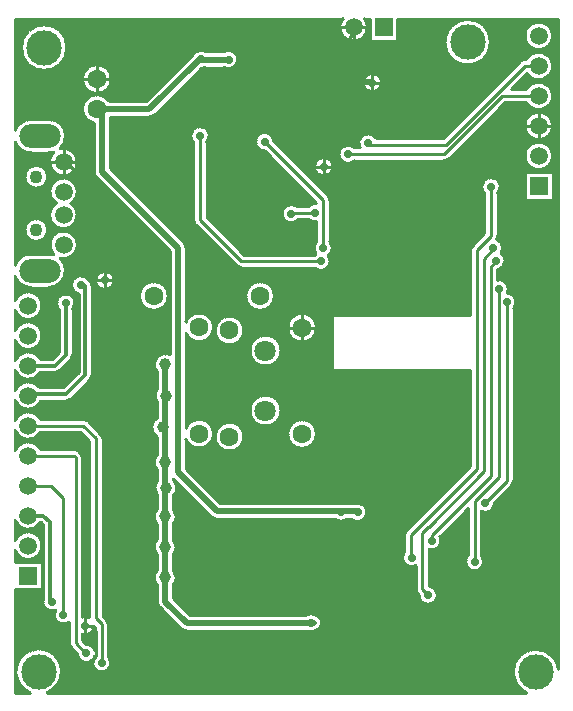
<source format=gbl>
%FSLAX23Y23*%
%MOIN*%
G70*
G01*
G75*
G04 Layer_Physical_Order=2*
G04 Layer_Color=16711680*
%ADD10C,0.010*%
%ADD11R,0.051X0.050*%
%ADD12O,0.039X0.014*%
%ADD13R,0.058X0.011*%
%ADD14R,0.011X0.058*%
%ADD15R,0.118X0.039*%
%ADD16R,0.050X0.051*%
%ADD17R,0.039X0.028*%
%ADD18O,0.012X0.071*%
%ADD19O,0.071X0.012*%
%ADD20O,0.016X0.071*%
%ADD21R,0.016X0.071*%
%ADD22C,0.020*%
%ADD23C,0.016*%
%ADD24C,0.012*%
%ADD25C,0.059*%
%ADD26R,0.059X0.059*%
%ADD27C,0.063*%
%ADD28C,0.071*%
%ADD29R,0.059X0.059*%
%ADD30O,0.138X0.079*%
%ADD31C,0.043*%
%ADD32C,0.118*%
%ADD33C,0.028*%
%ADD34C,0.039*%
D10*
X176Y-2198D02*
G03*
X71Y-2268I-76J0D01*
G01*
X176Y-2198D02*
G03*
X71Y-2268I-76J0D01*
G01*
X22Y-1795D02*
G03*
X111Y-1778I43J17D01*
G01*
D02*
G03*
X22Y-1761I-46J0D01*
G01*
X129Y-2268D02*
G03*
X176Y-2198I-29J70D01*
G01*
X129Y-2268D02*
G03*
X176Y-2198I-29J70D01*
G01*
X201Y-2102D02*
G03*
X208Y-2117I22J0D01*
G01*
X157Y-1993D02*
G03*
X201Y-2034I25J-17D01*
G01*
Y-2102D02*
G03*
X208Y-2117I22J0D01*
G01*
X269Y-2017D02*
G03*
X245Y-2017I-13J-28D01*
G01*
X114Y-1958D02*
G03*
X157Y-1993I30J-7D01*
G01*
X22Y-1695D02*
G03*
X105Y-1701I43J17D01*
G01*
X106Y-1456D02*
G03*
X22Y-1461I-41J-22D01*
G01*
Y-1395D02*
G03*
X106Y-1400I43J17D01*
G01*
Y-1356D02*
G03*
X22Y-1361I-41J-22D01*
G01*
X102Y-1250D02*
G03*
X22Y-1261I-37J-28D01*
G01*
Y-1295D02*
G03*
X108Y-1296I43J17D01*
G01*
X22Y-1195D02*
G03*
X105Y-1201I43J17D01*
G01*
Y-1155D02*
G03*
X22Y-1161I-40J-23D01*
G01*
X245Y-1484D02*
G03*
X238Y-1469I-22J0D01*
G01*
X232Y-1463D02*
G03*
X217Y-1456I-15J-15D01*
G01*
X245Y-1484D02*
G03*
X238Y-1469I-22J0D01*
G01*
X232Y-1463D02*
G03*
X217Y-1456I-15J-15D01*
G01*
X191Y-1296D02*
G03*
X207Y-1289I0J23D01*
G01*
X154Y-1201D02*
G03*
X170Y-1194I0J23D01*
G01*
X154Y-1201D02*
G03*
X170Y-1194I0J23D01*
G01*
X191Y-1296D02*
G03*
X207Y-1289I0J23D01*
G01*
X263Y-1363D02*
G03*
X248Y-1356I-15J-15D01*
G01*
X263Y-1363D02*
G03*
X248Y-1356I-15J-15D01*
G01*
X206Y-1158D02*
G03*
X213Y-1142I-16J16D01*
G01*
X206Y-1158D02*
G03*
X213Y-1142I-16J16D01*
G01*
X228Y-2138D02*
G03*
X283Y-2157I31J1D01*
G01*
X286Y-2150D02*
G03*
X288Y-2146I-27J13D01*
G01*
Y-2128D02*
G03*
X258Y-2106I-29J-9D01*
G01*
X245Y-2073D02*
G03*
X286Y-2048I11J28D01*
G01*
X283Y-2157D02*
G03*
X341Y-2170I27J-13D01*
G01*
D02*
G03*
X332Y-2149I-31J0D01*
G01*
Y-2041D02*
G03*
X326Y-2026I-22J0D01*
G01*
X332Y-2041D02*
G03*
X326Y-2026I-22J0D01*
G01*
X574Y-2055D02*
G03*
X593Y-2063I19J19D01*
G01*
X574Y-2055D02*
G03*
X593Y-2063I19J19D01*
G01*
X495Y-1965D02*
G03*
X503Y-1984I27J0D01*
G01*
X495Y-1965D02*
G03*
X503Y-1984I27J0D01*
G01*
X495Y-1859D02*
G03*
X495Y-1909I27J-25D01*
G01*
X549D02*
G03*
X558Y-1884I-27J25D01*
G01*
D02*
G03*
X549Y-1859I-36J0D01*
G01*
Y-1807D02*
G03*
X558Y-1782I-27J25D01*
G01*
X495Y-1757D02*
G03*
X495Y-1807I27J-25D01*
G01*
X549Y-1706D02*
G03*
X558Y-1681I-27J25D01*
G01*
Y-1782D02*
G03*
X549Y-1757I-36J0D01*
G01*
X313Y-1421D02*
G03*
X306Y-1406I-22J0D01*
G01*
X313Y-1421D02*
G03*
X306Y-1406I-22J0D01*
G01*
X272Y-1224D02*
G03*
X279Y-1208I-16J16D01*
G01*
X272Y-1224D02*
G03*
X279Y-1208I-16J16D01*
G01*
X495Y-1352D02*
G03*
X495Y-1416I18J-32D01*
G01*
Y-1656D02*
G03*
X495Y-1706I27J-25D01*
G01*
X549Y-1612D02*
G03*
X560Y-1585I-25J27D01*
G01*
X558Y-1681D02*
G03*
X549Y-1656I-36J0D01*
G01*
X495Y-1562D02*
G03*
X495Y-1608I29J-23D01*
G01*
Y-1475D02*
G03*
X495Y-1525I27J-25D01*
G01*
X560Y-1585D02*
G03*
X549Y-1558I-36J0D01*
G01*
X683Y-1405D02*
G03*
X591Y-1386I-48J0D01*
G01*
Y-1424D02*
G03*
X683Y-1405I44J19D01*
G01*
X495Y-1255D02*
G03*
X495Y-1301I29J-23D01*
G01*
X537Y-1141D02*
G03*
X495Y-1199I-15J-33D01*
G01*
X22Y-1095D02*
G03*
X111Y-1078I43J17D01*
G01*
D02*
G03*
X22Y-1061I-46J0D01*
G01*
X111Y-978D02*
G03*
X22Y-961I-46J0D01*
G01*
Y-995D02*
G03*
X111Y-978I43J17D01*
G01*
X22Y-882D02*
G03*
X74Y-918I52J20D01*
G01*
Y-806D02*
G03*
X22Y-842I0J-56D01*
G01*
X130Y-726D02*
G03*
X130Y-726I-38J0D01*
G01*
D02*
G03*
X130Y-726I-38J0D01*
G01*
X213Y-990D02*
G03*
X221Y-970I-23J20D01*
G01*
D02*
G03*
X167Y-990I-31J0D01*
G01*
X150Y-808D02*
G03*
X133Y-806I-17J-54D01*
G01*
Y-918D02*
G03*
X190Y-862I0J56D01*
G01*
D02*
G03*
X171Y-820I-56J0D01*
G01*
X279Y-914D02*
G03*
X272Y-898I-23J0D01*
G01*
X267Y-893D02*
G03*
X265Y-891I-16J-16D01*
G01*
X267Y-893D02*
G03*
X265Y-891I-16J-16D01*
G01*
X171Y-820D02*
G03*
X229Y-775I12J45D01*
G01*
D02*
G03*
X150Y-808I-46J0D01*
G01*
X265Y-891D02*
G03*
X233Y-939I-25J-18D01*
G01*
X22Y-433D02*
G03*
X74Y-469I52J20D01*
G01*
X130Y-549D02*
G03*
X130Y-549I-38J0D01*
G01*
D02*
G03*
X130Y-549I-38J0D01*
G01*
X74Y-357D02*
G03*
X22Y-393I0J-56D01*
G01*
X194Y-118D02*
G03*
X194Y-118I-76J0D01*
G01*
D02*
G03*
X194Y-118I-76J0D01*
G01*
X229Y-598D02*
G03*
X158Y-638I-46J0D01*
G01*
Y-638D02*
G03*
X229Y-677I24J-39D01*
G01*
D02*
G03*
X207Y-638I-46J0D01*
G01*
Y-638D02*
G03*
X229Y-598I-24J39D01*
G01*
X150Y-467D02*
G03*
X229Y-500I33J-33D01*
G01*
X133Y-469D02*
G03*
X150Y-467I0J56D01*
G01*
X171Y-455D02*
G03*
X190Y-413I-38J42D01*
G01*
X229Y-500D02*
G03*
X171Y-455I-46J0D01*
G01*
X190Y-413D02*
G03*
X133Y-357I-56J0D01*
G01*
X279Y-914D02*
G03*
X272Y-898I-23J0D01*
G01*
X351Y-894D02*
G03*
X351Y-894I-31J0D01*
G01*
X532Y-946D02*
G03*
X532Y-946I-48J0D01*
G01*
X591Y-1070D02*
G03*
X683Y-1051I44J19D01*
G01*
D02*
G03*
X591Y-1032I-48J0D01*
G01*
Y-785D02*
G03*
X583Y-766I-27J0D01*
G01*
X591Y-785D02*
G03*
X583Y-766I-27J0D01*
G01*
X284Y-532D02*
G03*
X292Y-551I27J0D01*
G01*
X284Y-532D02*
G03*
X292Y-551I27J0D01*
G01*
X334Y-296D02*
G03*
X284Y-370I-40J-27D01*
G01*
X342Y-223D02*
G03*
X342Y-223I-48J0D01*
G01*
X468Y-350D02*
G03*
X487Y-342I0J27D01*
G01*
X468Y-350D02*
G03*
X487Y-342I0J27D01*
G01*
X669Y-412D02*
G03*
X616Y-433I-31J0D01*
G01*
X675Y-1683D02*
G03*
X694Y-1691I19J19D01*
G01*
X675Y-1683D02*
G03*
X694Y-1691I19J19D01*
G01*
X995Y-2063D02*
G03*
X1022Y-2062I13J28D01*
G01*
X1044Y-2036D02*
G03*
X1028Y-2012I-27J0D01*
G01*
X1022Y-2062D02*
G03*
X1044Y-2036I-5J26D01*
G01*
X1028Y-2012D02*
G03*
X991Y-2009I-20J-23D01*
G01*
X1090Y-1691D02*
G03*
X1128Y-1691I19J24D01*
G01*
X1117Y-1637D02*
G03*
X1101Y-1637I-8J-30D01*
G01*
X784Y-1415D02*
G03*
X784Y-1415I-48J0D01*
G01*
Y-1061D02*
G03*
X784Y-1061I-48J0D01*
G01*
X908Y-1328D02*
G03*
X908Y-1328I-52J0D01*
G01*
Y-1128D02*
G03*
X908Y-1128I-52J0D01*
G01*
X886Y-946D02*
G03*
X886Y-946I-48J0D01*
G01*
X1026Y-1406D02*
G03*
X1026Y-1406I-48J0D01*
G01*
Y-1052D02*
G03*
X1026Y-1052I-48J0D01*
G01*
X1357Y-1924D02*
G03*
X1364Y-1939I22J0D01*
G01*
X1367Y-1943D02*
G03*
X1429Y-1943I31J0D01*
G01*
X1357Y-1924D02*
G03*
X1364Y-1939I22J0D01*
G01*
X1429Y-1943D02*
G03*
X1401Y-1913I-31J0D01*
G01*
X1319Y-1799D02*
G03*
X1357Y-1845I24J-19D01*
G01*
X1401Y-1792D02*
G03*
X1441Y-1763I9J29D01*
G01*
X1326Y-1727D02*
G03*
X1319Y-1742I15J-15D01*
G01*
X1441Y-1763D02*
G03*
X1437Y-1748I-31J0D01*
G01*
X1326Y-1727D02*
G03*
X1319Y-1742I15J-15D01*
G01*
X1143Y-1691D02*
G03*
X1194Y-1667I20J23D01*
G01*
D02*
G03*
X1157Y-1637I-31J0D01*
G01*
X1531Y-1811D02*
G03*
X1584Y-1832I22J-21D01*
G01*
D02*
G03*
X1575Y-1811I-31J0D01*
G01*
X1832Y-2189D02*
G03*
X1726Y-2268I-75J-10D01*
G01*
X1832Y-2189D02*
G03*
X1726Y-2268I-75J-10D01*
G01*
X1575Y-1664D02*
G03*
X1619Y-1637I14J27D01*
G01*
X1676Y-1579D02*
G03*
X1683Y-1564I-15J15D01*
G01*
X1676Y-1579D02*
G03*
X1683Y-1564I-15J15D01*
G01*
Y-988D02*
G03*
X1692Y-967I-22J21D01*
G01*
X761Y-846D02*
G03*
X776Y-853I15J15D01*
G01*
X761Y-846D02*
G03*
X776Y-853I15J15D01*
G01*
X616Y-693D02*
G03*
X623Y-708I22J0D01*
G01*
X616Y-693D02*
G03*
X623Y-708I22J0D01*
G01*
X660Y-433D02*
G03*
X669Y-412I-22J21D01*
G01*
X884Y-431D02*
G03*
X854Y-463I-31J-1D01*
G01*
X958Y-646D02*
G03*
X967Y-690I-16J-26D01*
G01*
X1020Y-853D02*
G03*
X1072Y-831I21J22D01*
G01*
X1024Y-806D02*
G03*
X1020Y-809I17J-25D01*
G01*
X1072Y-831D02*
G03*
X1065Y-812I-31J0D01*
G01*
X1026Y-766D02*
G03*
X1024Y-806I22J-21D01*
G01*
X1000Y-690D02*
G03*
X1026Y-698I21J22D01*
G01*
Y-638D02*
G03*
X1000Y-646I-5J-30D01*
G01*
X1065Y-812D02*
G03*
X1079Y-787I-17J25D01*
G01*
D02*
G03*
X1070Y-766I-31J0D01*
G01*
Y-626D02*
G03*
X1063Y-611I-22J0D01*
G01*
X1081Y-515D02*
G03*
X1081Y-515I-31J0D01*
G01*
X1070Y-626D02*
G03*
X1063Y-611I-22J0D01*
G01*
X1452Y-495D02*
G03*
X1467Y-488I0J22D01*
G01*
X1452Y-495D02*
G03*
X1467Y-488I0J22D01*
G01*
X1151Y-451D02*
G03*
X1153Y-495I-20J-23D01*
G01*
X1224Y-420D02*
G03*
X1171Y-451I-26J-16D01*
G01*
X620Y-135D02*
G03*
X614Y-139I13J-23D01*
G01*
X620Y-135D02*
G03*
X614Y-139I13J-23D01*
G01*
X641Y-188D02*
G03*
X654Y-185I-0J31D01*
G01*
X658Y-131D02*
G03*
X620Y-135I-17J-26D01*
G01*
X718Y-185D02*
G03*
X764Y-158I15J27D01*
G01*
D02*
G03*
X718Y-131I-31J0D01*
G01*
X1114Y-22D02*
G03*
X1196Y-51I36J-29D01*
G01*
D02*
G03*
X1186Y-22I-46J0D01*
G01*
X1243Y-235D02*
G03*
X1243Y-235I-31J0D01*
G01*
X1546Y-778D02*
G03*
X1539Y-793I15J-15D01*
G01*
X1546Y-778D02*
G03*
X1539Y-793I15J-15D01*
G01*
X1626Y-758D02*
G03*
X1630Y-746I-18J12D01*
G01*
X1647Y-787D02*
G03*
X1626Y-758I-31J0D01*
G01*
X1665Y-923D02*
G03*
X1629Y-893I-31J0D01*
G01*
Y-859D02*
G03*
X1655Y-829I-5J30D01*
G01*
X1626Y-758D02*
G03*
X1630Y-746I-18J12D01*
G01*
Y-603D02*
G03*
X1639Y-582I-22J21D01*
G01*
D02*
G03*
X1586Y-603I-31J0D01*
G01*
X1692Y-967D02*
G03*
X1662Y-936I-31J0D01*
G01*
D02*
G03*
X1665Y-923I-27J13D01*
G01*
X1641Y-804D02*
G03*
X1647Y-787I-25J17D01*
G01*
X1655Y-829D02*
G03*
X1641Y-804I-31J0D01*
G01*
X1813Y-479D02*
G03*
X1813Y-479I-46J0D01*
G01*
X1606Y-100D02*
G03*
X1606Y-100I-76J0D01*
G01*
D02*
G03*
X1606Y-100I-76J0D01*
G01*
X1720Y-157D02*
G03*
X1705Y-164I0J-22D01*
G01*
X1720Y-157D02*
G03*
X1705Y-164I0J-22D01*
G01*
X1813Y-379D02*
G03*
X1813Y-379I-46J0D01*
G01*
Y-279D02*
G03*
X1726Y-257I-46J0D01*
G01*
Y-301D02*
G03*
X1813Y-279I41J22D01*
G01*
X1727Y-203D02*
G03*
X1813Y-179I40J24D01*
G01*
D02*
G03*
X1726Y-157I-46J0D01*
G01*
X1813Y-79D02*
G03*
X1813Y-79I-46J0D01*
G01*
X1720Y-179D02*
X1767D01*
X1457Y-442D02*
X1720Y-179D01*
X1200Y-442D02*
X1457D01*
X1646Y-279D02*
X1767D01*
X1452Y-473D02*
X1646Y-279D01*
X1137Y-473D02*
X1452D01*
X1131Y-479D02*
X1137Y-473D01*
X776Y-831D02*
X1041D01*
X638Y-693D02*
X776Y-831D01*
X638Y-693D02*
Y-412D01*
X946Y-668D02*
X1021D01*
X942Y-672D02*
X946Y-668D01*
X853Y-432D02*
X854D01*
X1048Y-626D01*
Y-788D02*
Y-626D01*
X1050Y-515D02*
Y-293D01*
X1116Y-227D01*
X1204D02*
X1212Y-235D01*
X1136Y-85D02*
X1156Y-65D01*
X194Y-503D02*
X320Y-629D01*
X1341Y-1818D02*
Y-1742D01*
X1561Y-793D02*
X1608Y-746D01*
X1661Y-1564D02*
Y-967D01*
X1136Y-227D02*
Y-85D01*
X1116Y-227D02*
X1204D01*
X182Y-2010D02*
Y-1619D01*
X65Y-1378D02*
X248D01*
X291Y-1421D01*
Y-2020D02*
Y-1421D01*
X65Y-1478D02*
X217D01*
X223Y-1484D01*
X141Y-1578D02*
X182Y-1619D01*
X65Y-1578D02*
X141D01*
X223Y-2102D02*
X259Y-2138D01*
X223Y-2102D02*
Y-1484D01*
X310Y-2170D02*
Y-2041D01*
X291Y-2020D02*
X310Y-2041D01*
X256Y-2045D02*
X273D01*
X292Y-2064D01*
Y-2146D02*
Y-2064D01*
X272Y-2166D02*
X292Y-2146D01*
X272Y-2192D02*
Y-2166D01*
Y-2192D02*
X288Y-2208D01*
X345D01*
X359Y-2194D01*
Y-2018D01*
X320Y-1979D02*
X359Y-2018D01*
X320Y-1979D02*
Y-629D01*
X1588Y-1637D02*
X1661Y-1564D01*
X1553Y-1832D02*
Y-1631D01*
X1634Y-1550D01*
Y-931D01*
X1607Y-849D02*
X1625Y-831D01*
X1607Y-1547D02*
Y-849D01*
X1410Y-1744D02*
X1607Y-1547D01*
X1410Y-1763D02*
Y-1744D01*
X1616Y-791D02*
Y-787D01*
X1585Y-822D02*
X1616Y-791D01*
X1585Y-1530D02*
Y-822D01*
X1399Y-1715D02*
X1400D01*
X1379Y-1735D02*
X1399Y-1715D01*
X1379Y-1924D02*
Y-1735D01*
Y-1924D02*
X1398Y-1943D01*
X1608Y-746D02*
Y-582D01*
X1400Y-1715D02*
X1585Y-1530D01*
X1561Y-1522D02*
Y-793D01*
X1341Y-1742D02*
X1561Y-1522D01*
X22Y-2247D02*
X42D01*
X22Y-2257D02*
X52D01*
X22Y-2187D02*
X25D01*
X22Y-2237D02*
X35D01*
X22Y-2217D02*
X27D01*
X51Y-2268D02*
Y-2256D01*
X61Y-2268D02*
Y-2263D01*
X22Y-2227D02*
X30D01*
X41Y-2268D02*
Y-2246D01*
X31Y-2268D02*
Y-2230D01*
X22Y-2177D02*
X27D01*
X22Y-2167D02*
X31D01*
X22Y-2157D02*
X36D01*
X22Y-2147D02*
X44D01*
X22Y-2137D02*
X55D01*
X22Y-2268D02*
Y-1924D01*
X31Y-2166D02*
Y-1924D01*
X41Y-2150D02*
Y-1924D01*
X61Y-2133D02*
Y-1924D01*
X51Y-2140D02*
Y-1924D01*
X22Y-2267D02*
X68D01*
X22Y-2268D02*
X71D01*
X22Y-2127D02*
X73D01*
X22Y-2117D02*
X207D01*
X22Y-2087D02*
X201D01*
X22Y-2077D02*
X201D01*
X22Y-2107D02*
X202D01*
X22Y-2097D02*
X201D01*
X22Y-2057D02*
X201D01*
X22Y-2067D02*
X201D01*
X22Y-2027D02*
X157D01*
X22Y-2047D02*
X201D01*
X22Y-2037D02*
X168D01*
X71Y-2128D02*
Y-1924D01*
X91Y-2123D02*
Y-1924D01*
X81Y-2125D02*
Y-1924D01*
X101Y-2122D02*
Y-1924D01*
X22Y-2017D02*
X152D01*
X22Y-2007D02*
X152D01*
X22Y-1832D02*
Y-1795D01*
X31Y-1832D02*
Y-1809D01*
X22Y-1807D02*
X29D01*
X22Y-1817D02*
X40D01*
X22Y-1747D02*
X31D01*
X71Y-1832D02*
Y-1824D01*
X81Y-1832D02*
Y-1821D01*
X41Y-1832D02*
Y-1818D01*
X61Y-1832D02*
Y-1824D01*
X51Y-1832D02*
Y-1822D01*
X31Y-1747D02*
Y-1709D01*
X41Y-1738D02*
Y-1718D01*
X22Y-1707D02*
X29D01*
X22Y-1737D02*
X43D01*
X22Y-1717D02*
X40D01*
X81Y-1735D02*
Y-1721D01*
X91Y-1740D02*
Y-1716D01*
X51Y-1734D02*
Y-1722D01*
X61Y-1732D02*
Y-1724D01*
X71Y-1732D02*
Y-1724D01*
X22Y-1937D02*
X114D01*
X22Y-1947D02*
X114D01*
X22Y-1832D02*
X111D01*
X22Y-1927D02*
X114D01*
X22Y-1924D02*
X111D01*
X22Y-1987D02*
X123D01*
X22Y-1997D02*
X154D01*
X22Y-1967D02*
X113D01*
X22Y-1977D02*
X116D01*
X22Y-1957D02*
X114D01*
X22Y-1827D02*
X114D01*
X87Y-1737D02*
X114D01*
X22Y-1727D02*
X114D01*
X91Y-1832D02*
Y-1816D01*
X90Y-1817D02*
X114D01*
X101Y-1832D02*
Y-1807D01*
Y-1749D02*
Y-1707D01*
X99Y-1747D02*
X114D01*
X90Y-1717D02*
X114D01*
X151Y-2268D02*
Y-2254D01*
X161Y-2268D02*
Y-2243D01*
X141Y-2268D02*
Y-2262D01*
X171Y-2268D02*
Y-2225D01*
X181Y-2268D02*
Y-2041D01*
X171Y-2171D02*
Y-2039D01*
X191Y-2268D02*
Y-2039D01*
X141Y-2134D02*
Y-1995D01*
X151Y-2142D02*
Y-1995D01*
X111Y-2123D02*
Y-1924D01*
X131Y-2129D02*
Y-1993D01*
X121Y-2125D02*
Y-1985D01*
X161Y-2153D02*
Y-2032D01*
X201Y-2268D02*
Y-2034D01*
X196Y-2037D02*
X201D01*
Y-2102D02*
Y-2034D01*
X221Y-2268D02*
Y-2131D01*
X169Y-2167D02*
X253D01*
X145Y-2137D02*
X227D01*
X164Y-2157D02*
X236D01*
X156Y-2147D02*
X230D01*
X261Y-2268D02*
Y-2168D01*
X271Y-2268D02*
Y-2165D01*
X231Y-2268D02*
Y-2149D01*
X251Y-2268D02*
Y-2167D01*
X241Y-2268D02*
Y-2162D01*
X211Y-2268D02*
Y-2121D01*
X208Y-2117D02*
X228Y-2138D01*
X127Y-2127D02*
X217D01*
X245Y-2093D02*
X258Y-2106D01*
X245Y-2093D02*
Y-2073D01*
X261Y-2106D02*
Y-2075D01*
X251Y-2099D02*
Y-2075D01*
X256Y-2071D02*
Y-2045D01*
Y-2019D01*
X245Y-2007D02*
X269D01*
X245Y-1957D02*
X269D01*
X245Y-1977D02*
X269D01*
X245Y-1967D02*
X269D01*
X245Y-1917D02*
X269D01*
X245Y-1927D02*
X269D01*
X245Y-1887D02*
X269D01*
X245Y-1907D02*
X269D01*
X245Y-1897D02*
X269D01*
X107Y-1797D02*
X114D01*
X101Y-1807D02*
X114D01*
X101Y-1707D02*
X113D01*
X110Y-1767D02*
X114D01*
X106Y-1757D02*
X114D01*
X111Y-1924D02*
Y-1832D01*
X245Y-1877D02*
X269D01*
X114Y-1958D02*
Y-1708D01*
X111Y-1832D02*
Y-1784D01*
X110Y-1787D02*
X114D01*
X111Y-1772D02*
Y-1705D01*
X245Y-1847D02*
X269D01*
X245Y-1857D02*
X269D01*
X245Y-1817D02*
X269D01*
X245Y-1837D02*
X269D01*
X245Y-1827D02*
X269D01*
X245Y-1987D02*
X269D01*
X245Y-1997D02*
X269D01*
X245Y-1867D02*
X269D01*
X245Y-1947D02*
X269D01*
X245Y-1937D02*
X269D01*
X245Y-1737D02*
X269D01*
X245Y-1747D02*
X269D01*
X245Y-1707D02*
X269D01*
X245Y-1727D02*
X269D01*
X245Y-1717D02*
X269D01*
X245Y-1787D02*
X269D01*
X245Y-1807D02*
X269D01*
X245Y-1797D02*
X269D01*
X245Y-1757D02*
X269D01*
X245Y-1777D02*
X269D01*
X245Y-1767D02*
X269D01*
X22Y-1761D02*
Y-1695D01*
Y-1447D02*
X31D01*
X22Y-1417D02*
X40D01*
X22Y-1437D02*
X43D01*
X41Y-1438D02*
Y-1418D01*
X81Y-1435D02*
Y-1421D01*
X91Y-1440D02*
Y-1416D01*
X51Y-1434D02*
Y-1422D01*
X61Y-1432D02*
Y-1424D01*
X71Y-1432D02*
Y-1424D01*
X22Y-1461D02*
Y-1395D01*
X31Y-1447D02*
Y-1409D01*
X22Y-1361D02*
Y-1295D01*
Y-1407D02*
X29D01*
X22Y-1347D02*
X31D01*
X101Y-1349D02*
Y-1307D01*
Y-1449D02*
Y-1407D01*
X31Y-1347D02*
Y-1309D01*
X41Y-1338D02*
Y-1318D01*
X91Y-1340D02*
Y-1316D01*
X90Y-1417D02*
X256D01*
X87Y-1437D02*
X269D01*
X22Y-1427D02*
X266D01*
X107Y-1701D02*
X114Y-1708D01*
X106Y-1456D02*
X217D01*
X111D02*
Y-1400D01*
X99Y-1447D02*
X269D01*
X101Y-1407D02*
X246D01*
X106Y-1400D02*
X239D01*
X106Y-1356D02*
X248D01*
X111D02*
Y-1296D01*
X121Y-1456D02*
Y-1400D01*
X141Y-1456D02*
Y-1400D01*
X131Y-1456D02*
Y-1400D01*
X121Y-1356D02*
Y-1296D01*
X141Y-1356D02*
Y-1296D01*
X131Y-1356D02*
Y-1296D01*
X22Y-1317D02*
X40D01*
X22Y-1337D02*
X43D01*
X22Y-1307D02*
X29D01*
X22Y-1247D02*
X31D01*
X22Y-1237D02*
X43D01*
X51Y-1334D02*
Y-1322D01*
X81Y-1335D02*
Y-1321D01*
X61Y-1232D02*
Y-1224D01*
Y-1332D02*
Y-1324D01*
X71Y-1332D02*
Y-1324D01*
X22Y-1261D02*
Y-1195D01*
X31Y-1247D02*
Y-1209D01*
X22Y-1161D02*
Y-1095D01*
Y-1217D02*
X40D01*
X22Y-1207D02*
X29D01*
X41Y-1238D02*
Y-1218D01*
X91Y-1240D02*
Y-1216D01*
X101Y-1249D02*
Y-1207D01*
X51Y-1234D02*
Y-1222D01*
X71Y-1232D02*
Y-1224D01*
X81Y-1235D02*
Y-1221D01*
X87Y-1237D02*
X195D01*
X22Y-1227D02*
X205D01*
X90Y-1217D02*
X215D01*
X102Y-1250D02*
X182D01*
X108Y-1296D02*
X191D01*
X131Y-1250D02*
Y-1201D01*
X99Y-1247D02*
X185D01*
X101Y-1207D02*
X225D01*
X111Y-1250D02*
Y-1201D01*
X105D02*
X154D01*
X105Y-1155D02*
X145D01*
X111D02*
Y-1084D01*
X141Y-1250D02*
Y-1201D01*
X121Y-1250D02*
Y-1201D01*
Y-1155D02*
Y-918D01*
X131Y-1155D02*
Y-918D01*
X141Y-1155D02*
Y-918D01*
X245Y-2017D02*
Y-1484D01*
X232Y-1463D02*
X238Y-1469D01*
X245Y-1637D02*
X269D01*
X245Y-1647D02*
X269D01*
X245Y-1607D02*
X269D01*
X245Y-1627D02*
X269D01*
X245Y-1617D02*
X269D01*
X201Y-1456D02*
Y-1400D01*
X151Y-1456D02*
Y-1400D01*
X171Y-1456D02*
Y-1400D01*
X161Y-1456D02*
Y-1400D01*
X251Y-2015D02*
Y-1412D01*
X261Y-2015D02*
Y-1422D01*
X221Y-1457D02*
Y-1400D01*
X241Y-1472D02*
Y-1402D01*
X231Y-1461D02*
Y-1400D01*
X245Y-1587D02*
X269D01*
X245Y-1597D02*
X269D01*
X245Y-1557D02*
X269D01*
X245Y-1577D02*
X269D01*
X245Y-1567D02*
X269D01*
X245Y-1687D02*
X269D01*
X245Y-1697D02*
X269D01*
X245Y-1657D02*
X269D01*
X245Y-1677D02*
X269D01*
X245Y-1667D02*
X269D01*
X245Y-1517D02*
X269D01*
X245Y-1527D02*
X269D01*
X223Y-1457D02*
X269D01*
X244Y-1477D02*
X269D01*
X237Y-1467D02*
X269D01*
X245Y-1537D02*
X269D01*
X245Y-1547D02*
X269D01*
Y-2017D02*
Y-1430D01*
X245Y-1487D02*
X269D01*
X245Y-1507D02*
X269D01*
X245Y-1497D02*
X269D01*
X181Y-1356D02*
Y-1296D01*
Y-1456D02*
Y-1400D01*
X151Y-1356D02*
Y-1296D01*
X171Y-1356D02*
Y-1296D01*
X161Y-1356D02*
Y-1296D01*
X191Y-1456D02*
Y-1400D01*
X211Y-1456D02*
Y-1400D01*
X191Y-1356D02*
Y-1296D01*
X201Y-1356D02*
Y-1293D01*
X151Y-1250D02*
Y-1201D01*
X161Y-1250D02*
Y-1200D01*
X145Y-1155D02*
X167Y-1133D01*
X171Y-1250D02*
Y-1193D01*
X181Y-1250D02*
Y-1183D01*
X191Y-1241D02*
Y-1173D01*
X201Y-1231D02*
Y-1163D01*
X170Y-1194D02*
X206Y-1158D01*
X231Y-1356D02*
Y-1265D01*
X239Y-1400D02*
X269Y-1430D01*
X211Y-1356D02*
Y-1285D01*
X221Y-1356D02*
Y-1275D01*
X182Y-1250D02*
X233Y-1199D01*
X241Y-1356D02*
Y-1255D01*
X251Y-1356D02*
Y-1245D01*
X261Y-1360D02*
Y-1235D01*
X177Y-1187D02*
X233D01*
X166Y-1197D02*
X233D01*
X187Y-1177D02*
X233D01*
X197Y-1167D02*
X233D01*
X211Y-1221D02*
Y-1151D01*
X231Y-1201D02*
Y-938D01*
X221Y-1211D02*
Y-933D01*
X207Y-1157D02*
X233D01*
Y-1199D02*
Y-939D01*
X175Y-2187D02*
X285D01*
X176Y-2197D02*
X296D01*
X265Y-2167D02*
X280D01*
X173Y-2177D02*
X280D01*
X281Y-2268D02*
Y-2180D01*
X291Y-2268D02*
Y-2194D01*
X265Y-2107D02*
X288D01*
X282Y-2117D02*
X288D01*
X249Y-2097D02*
X288D01*
X245Y-2087D02*
X288D01*
X245Y-2077D02*
X288D01*
X281Y-2116D02*
Y-2063D01*
X288Y-2128D02*
Y-2049D01*
X271Y-2109D02*
Y-2072D01*
X277Y-2067D02*
X288D01*
X284Y-2057D02*
X288D01*
X132Y-2267D02*
X1723D01*
X129Y-2268D02*
X1726D01*
X165Y-2237D02*
X1691D01*
X148Y-2257D02*
X1708D01*
X158Y-2247D02*
X1698D01*
X301Y-2268D02*
Y-2199D01*
X311Y-2268D02*
Y-2201D01*
X175Y-2207D02*
X1682D01*
X170Y-2227D02*
X1686D01*
X173Y-2217D02*
X1683D01*
X321Y-2268D02*
Y-2199D01*
X331Y-2268D02*
Y-2192D01*
X324Y-2197D02*
X1681D01*
X332Y-2149D02*
Y-2041D01*
Y-2147D02*
X1702D01*
X332Y-2137D02*
X1713D01*
X332Y-2057D02*
X577D01*
X332Y-2127D02*
X1733D01*
X332Y-2067D02*
X1832D01*
X256Y-2045D02*
X282D01*
X313Y-2012D02*
X326Y-2026D01*
X313Y-1897D02*
X488D01*
X313Y-1937D02*
X495D01*
X313Y-1927D02*
X495D01*
X313Y-1887D02*
X486D01*
X313Y-1917D02*
X495D01*
X313Y-1907D02*
X494D01*
X313Y-1707D02*
X495D01*
X313Y-1717D02*
X495D01*
X313Y-1677D02*
X486D01*
X313Y-1697D02*
X489D01*
X313Y-1687D02*
X486D01*
X313Y-1877D02*
X486D01*
X313Y-1867D02*
X490D01*
X313Y-1797D02*
X489D01*
X313Y-1787D02*
X486D01*
X313Y-1777D02*
X486D01*
X313Y-1767D02*
X489D01*
X313Y-1987D02*
X506D01*
X313Y-1997D02*
X516D01*
X313Y-1957D02*
X495D01*
X313Y-1977D02*
X498D01*
X313Y-1967D02*
X495D01*
X331Y-2037D02*
X556D01*
X332Y-2047D02*
X566D01*
X313Y-2007D02*
X526D01*
X327Y-2027D02*
X546D01*
X318Y-2017D02*
X536D01*
X313Y-1757D02*
X495D01*
X313Y-1807D02*
X495D01*
X313Y-1727D02*
X495D01*
X313Y-1747D02*
X495D01*
X313Y-1737D02*
X495D01*
X313Y-1847D02*
X495D01*
X313Y-1947D02*
X495D01*
X313Y-1857D02*
X495D01*
X313Y-1817D02*
X495D01*
X313Y-1837D02*
X495D01*
X313Y-1827D02*
X495D01*
X561Y-2268D02*
Y-2042D01*
X571Y-2268D02*
Y-2052D01*
X531Y-2268D02*
Y-2012D01*
X551Y-2268D02*
Y-2032D01*
X541Y-2268D02*
Y-2022D01*
X591Y-2268D02*
Y-2063D01*
X601Y-2268D02*
Y-2063D01*
X581Y-2268D02*
Y-2060D01*
X491Y-2268D02*
Y-1903D01*
X501Y-2268D02*
Y-1981D01*
X495Y-1965D02*
Y-1909D01*
X511Y-2268D02*
Y-1992D01*
X521Y-2268D02*
Y-2002D01*
X549Y-1954D02*
Y-1909D01*
X503Y-1984D02*
X574Y-2055D01*
X551Y-1956D02*
Y-1906D01*
X332Y-2107D02*
X1832D01*
X332Y-2117D02*
X1832D01*
X332Y-2077D02*
X1832D01*
X332Y-2097D02*
X1832D01*
X332Y-2087D02*
X1832D01*
X335Y-2187D02*
X1682D01*
X340Y-2177D02*
X1684D01*
X593Y-2063D02*
X995D01*
X340Y-2167D02*
X1688D01*
X338Y-2157D02*
X1694D01*
X549Y-1954D02*
X604Y-2009D01*
X562Y-1967D02*
X1379D01*
X549Y-1937D02*
X1361D01*
X552Y-1957D02*
X1371D01*
X549Y-1947D02*
X1368D01*
X611Y-2268D02*
Y-2063D01*
X604Y-2009D02*
X991D01*
X602Y-2007D02*
X996D01*
X572Y-1977D02*
X1832D01*
X592Y-1997D02*
X1832D01*
X582Y-1987D02*
X1832D01*
X491Y-1865D02*
Y-1801D01*
X549Y-1827D02*
X1314D01*
X495Y-1859D02*
Y-1807D01*
X551Y-1862D02*
Y-1804D01*
X549Y-1859D02*
Y-1807D01*
Y-1817D02*
X1312D01*
X491Y-1763D02*
Y-1700D01*
X495Y-1757D02*
Y-1706D01*
X549Y-1757D02*
Y-1706D01*
X551Y-1760D02*
Y-1703D01*
X555Y-1697D02*
X1103D01*
X556Y-1667D02*
X659D01*
X558Y-1687D02*
X681D01*
X558Y-1677D02*
X669D01*
X549Y-1917D02*
X1357D01*
X549Y-1927D02*
X1357D01*
X549Y-1837D02*
X1319D01*
X549Y-1857D02*
X1357D01*
X549Y-1847D02*
X1333D01*
X556Y-1897D02*
X1357D01*
X550Y-1907D02*
X1357D01*
X554Y-1867D02*
X1357D01*
X558Y-1887D02*
X1357D01*
X558Y-1877D02*
X1357D01*
X549Y-1807D02*
X1314D01*
X549Y-1757D02*
X1319D01*
X549Y-1747D02*
X1319D01*
X549Y-1737D02*
X1320D01*
X549Y-1707D02*
X1345D01*
X558Y-1777D02*
X1319D01*
X555Y-1797D02*
X1319D01*
X558Y-1787D02*
X1319D01*
X555Y-1767D02*
X1319D01*
X549Y-1727D02*
X1325D01*
X549Y-1717D02*
X1335D01*
X321Y-2021D02*
Y-925D01*
X331Y-2035D02*
Y-923D01*
X313Y-2012D02*
Y-1421D01*
Y-1507D02*
X486D01*
X313Y-1497D02*
X486D01*
X471Y-2268D02*
Y-993D01*
X481Y-2268D02*
Y-1402D01*
X441Y-2268D02*
Y-969D01*
X461Y-2268D02*
Y-989D01*
X451Y-2268D02*
Y-982D01*
X371Y-2268D02*
Y-630D01*
X381Y-2268D02*
Y-640D01*
X341Y-2268D02*
Y-916D01*
X361Y-2268D02*
Y-620D01*
X351Y-2268D02*
Y-610D01*
X421Y-2268D02*
Y-680D01*
X431Y-2268D02*
Y-690D01*
X391Y-2268D02*
Y-650D01*
X411Y-2268D02*
Y-670D01*
X401Y-2268D02*
Y-660D01*
X313Y-1607D02*
X495D01*
X313Y-1617D02*
X495D01*
X313Y-1587D02*
X488D01*
X313Y-1597D02*
X490D01*
X313Y-1577D02*
X488D01*
X313Y-1667D02*
X488D01*
X313Y-1657D02*
X495D01*
X313Y-1627D02*
X495D01*
X313Y-1647D02*
X495D01*
X313Y-1637D02*
X495D01*
X313Y-1487D02*
X488D01*
X313Y-1477D02*
X494D01*
X313Y-1447D02*
X495D01*
X313Y-1467D02*
X495D01*
X313Y-1457D02*
X495D01*
X313Y-1567D02*
X492D01*
X313Y-1557D02*
X495D01*
X313Y-1547D02*
X495D01*
X313Y-1517D02*
X490D01*
X313Y-1537D02*
X495D01*
X313Y-1527D02*
X495D01*
X263Y-1363D02*
X306Y-1406D01*
X278Y-1377D02*
X477D01*
X271Y-1370D02*
Y-1225D01*
X268Y-1367D02*
X481D01*
X219Y-1277D02*
X488D01*
X288Y-1387D02*
X477D01*
X308Y-1407D02*
X485D01*
X298Y-1397D02*
X479D01*
X207Y-1289D02*
X272Y-1224D01*
X279Y-1187D02*
X488D01*
X279Y-1177D02*
X486D01*
X291Y-1390D02*
Y-904D01*
X311Y-1412D02*
Y-923D01*
X301Y-1400D02*
Y-918D01*
X279Y-1208D02*
Y-914D01*
Y-1167D02*
X486D01*
X281Y-1380D02*
Y-370D01*
X87Y-1337D02*
X495D01*
X99Y-1347D02*
X495D01*
X101Y-1307D02*
X495D01*
X22Y-1327D02*
X495D01*
X90Y-1317D02*
X495D01*
X313Y-1427D02*
X495D01*
X313Y-1437D02*
X495D01*
X254Y-1357D02*
X488D01*
X312Y-1417D02*
X495D01*
X209Y-1287D02*
X489D01*
X107Y-1297D02*
X493D01*
X229Y-1267D02*
X489D01*
X239Y-1257D02*
X494D01*
X249Y-1247D02*
X495D01*
X277Y-1217D02*
X495D01*
X259Y-1237D02*
X495D01*
X269Y-1227D02*
X495D01*
X279Y-1157D02*
X490D01*
X279Y-1207D02*
X495D01*
X279Y-1197D02*
X494D01*
X491Y-1662D02*
Y-1601D01*
X495Y-1656D02*
Y-1608D01*
X549Y-1656D02*
Y-1612D01*
X581Y-1986D02*
Y-1589D01*
X551Y-1659D02*
Y-1610D01*
X558Y-1597D02*
X589D01*
X560Y-1587D02*
X579D01*
X491Y-1569D02*
Y-1519D01*
Y-1481D02*
Y-1413D01*
X495Y-1562D02*
Y-1525D01*
X561Y-1966D02*
Y-1569D01*
X571Y-1976D02*
Y-1579D01*
X556Y-1567D02*
X559D01*
X560Y-1577D02*
X569D01*
X549Y-1647D02*
X639D01*
X549Y-1556D02*
X675Y-1683D01*
X549Y-1617D02*
X609D01*
X549Y-1637D02*
X629D01*
X549Y-1627D02*
X619D01*
X601Y-2006D02*
Y-1609D01*
X611Y-2009D02*
Y-1619D01*
X591Y-1996D02*
Y-1599D01*
X549Y-1657D02*
X649D01*
X553Y-1607D02*
X599D01*
X591Y-1523D02*
X705Y-1637D01*
X591Y-1517D02*
X1535D01*
X591Y-1487D02*
X1539D01*
X591Y-1507D02*
X1539D01*
X591Y-1497D02*
X1539D01*
X601Y-1533D02*
Y-1439D01*
X605Y-1537D02*
X1515D01*
X595Y-1527D02*
X1525D01*
X591Y-1523D02*
Y-1424D01*
Y-1477D02*
X1539D01*
X591Y-1523D02*
Y-1425D01*
X495Y-1475D02*
Y-1416D01*
X591Y-1457D02*
X712D01*
X495Y-1352D02*
Y-1301D01*
X591Y-1447D02*
X611D01*
X591Y-1437D02*
X599D01*
X591Y-1377D02*
X596D01*
X591Y-1367D02*
X605D01*
X591Y-1357D02*
X630D01*
X481Y-1366D02*
Y-994D01*
X491Y-1262D02*
Y-1193D01*
Y-1155D02*
Y-994D01*
X591Y-1386D02*
Y-1070D01*
X601Y-1371D02*
Y-1085D01*
X591Y-1385D02*
Y-1071D01*
X491Y-1355D02*
Y-1294D01*
X495Y-1255D02*
Y-1199D01*
X611Y-1363D02*
Y-1093D01*
X591Y-1307D02*
X808D01*
X591Y-1297D02*
X814D01*
X591Y-1287D02*
X824D01*
X591Y-1277D02*
X845D01*
X591Y-1267D02*
X1539D01*
X591Y-1347D02*
X807D01*
X591Y-1467D02*
X1539D01*
X591Y-1327D02*
X804D01*
X591Y-1337D02*
X805D01*
X591Y-1317D02*
X805D01*
X591Y-1187D02*
X1077D01*
X591Y-1197D02*
X1539D01*
X591Y-1157D02*
X813D01*
X591Y-1177D02*
X838D01*
X591Y-1167D02*
X821D01*
X591Y-1237D02*
X1539D01*
X591Y-1257D02*
X1539D01*
X591Y-1247D02*
X1539D01*
X591Y-1207D02*
X1539D01*
X591Y-1227D02*
X1539D01*
X591Y-1217D02*
X1539D01*
X22Y-1147D02*
X31D01*
X22Y-1137D02*
X43D01*
X22Y-1047D02*
X31D01*
X22Y-1117D02*
X40D01*
X22Y-1037D02*
X43D01*
X31Y-1147D02*
Y-1109D01*
X41Y-1138D02*
Y-1118D01*
X22Y-1107D02*
X29D01*
X61Y-1132D02*
Y-1124D01*
X51Y-1134D02*
Y-1122D01*
X22Y-1061D02*
Y-995D01*
Y-1017D02*
X40D01*
X22Y-961D02*
Y-882D01*
Y-1007D02*
X29D01*
X22Y-947D02*
X31D01*
X31Y-1047D02*
Y-1009D01*
X41Y-1038D02*
Y-1018D01*
X51Y-1034D02*
Y-1022D01*
X61Y-1032D02*
Y-1024D01*
X71Y-1032D02*
Y-1024D01*
X81Y-1135D02*
Y-1121D01*
X87Y-1137D02*
X163D01*
X71Y-1132D02*
Y-1124D01*
X22Y-1127D02*
X167D01*
X101Y-1149D02*
Y-1107D01*
X99Y-1147D02*
X153D01*
X91Y-1140D02*
Y-1116D01*
X90Y-1117D02*
X167D01*
X99Y-1047D02*
X167D01*
X81Y-1035D02*
Y-1021D01*
X22Y-1027D02*
X167D01*
X91Y-1040D02*
Y-1016D01*
X87Y-1037D02*
X167D01*
X101Y-1049D02*
Y-1007D01*
Y-949D02*
Y-918D01*
X90Y-1017D02*
X167D01*
X99Y-947D02*
X170D01*
X22Y-937D02*
X43D01*
X22Y-917D02*
X63D01*
X22Y-827D02*
X30D01*
X22Y-907D02*
X41D01*
X22Y-897D02*
X30D01*
X31Y-947D02*
Y-898D01*
X41Y-938D02*
Y-907D01*
X51Y-934D02*
Y-913D01*
X71Y-932D02*
Y-918D01*
X61Y-932D02*
Y-917D01*
X22Y-817D02*
X41D01*
X22Y-807D02*
X63D01*
X22Y-737D02*
X55D01*
X22Y-757D02*
X69D01*
X22Y-747D02*
X60D01*
X22Y-727D02*
X54D01*
X71Y-806D02*
Y-758D01*
X61Y-807D02*
Y-749D01*
X22Y-717D02*
X55D01*
X22Y-707D02*
X59D01*
X22Y-697D02*
X67D01*
X22Y-927D02*
X215D01*
X22Y-797D02*
X142D01*
X22Y-787D02*
X138D01*
X91Y-940D02*
Y-918D01*
X87Y-937D02*
X228D01*
X81Y-935D02*
Y-918D01*
X74D02*
X133D01*
X74Y-806D02*
X133D01*
X22Y-777D02*
X136D01*
X22Y-767D02*
X137D01*
X22Y-667D02*
X137D01*
X22Y-687D02*
X137D01*
X22Y-657D02*
X141D01*
X81Y-806D02*
Y-763D01*
X91Y-806D02*
Y-765D01*
X101Y-806D02*
Y-764D01*
X22Y-677D02*
X136D01*
X107Y-1097D02*
X167D01*
X101Y-1107D02*
X167D01*
X107Y-997D02*
X167D01*
X106Y-1057D02*
X167D01*
X101Y-1007D02*
X167D01*
Y-1133D02*
Y-990D01*
X213Y-1142D02*
Y-990D01*
X110Y-1067D02*
X167D01*
X110Y-1087D02*
X167D01*
X111Y-1077D02*
X167D01*
X111Y-1072D02*
Y-984D01*
X110Y-987D02*
X165D01*
X111Y-972D02*
Y-918D01*
X110Y-967D02*
X160D01*
X106Y-957D02*
X162D01*
X151Y-1149D02*
Y-915D01*
X161Y-1139D02*
Y-980D01*
X111Y-977D02*
X160D01*
X161Y-960D02*
Y-911D01*
X213Y-1137D02*
X233D01*
X212Y-1147D02*
X233D01*
X213Y-1107D02*
X233D01*
X213Y-1127D02*
X233D01*
X213Y-1117D02*
X233D01*
X213Y-1087D02*
X233D01*
X213Y-1097D02*
X233D01*
X213Y-1057D02*
X233D01*
X213Y-1077D02*
X233D01*
X213Y-1067D02*
X233D01*
X213Y-1027D02*
X233D01*
X213Y-1047D02*
X233D01*
X213Y-1017D02*
X233D01*
X213Y-1007D02*
X233D01*
X215Y-987D02*
X233D01*
X213Y-1037D02*
X233D01*
X213Y-997D02*
X233D01*
X218Y-957D02*
X233D01*
X220Y-977D02*
X233D01*
X220Y-967D02*
X233D01*
X111Y-806D02*
Y-760D01*
X141Y-806D02*
Y-796D01*
X115Y-757D02*
X140D01*
X171Y-946D02*
Y-904D01*
X181Y-941D02*
Y-892D01*
X145Y-807D02*
X149D01*
X181Y-832D02*
Y-822D01*
X121Y-806D02*
Y-751D01*
X124Y-747D02*
X146D01*
X117Y-697D02*
X141D01*
X129Y-737D02*
X157D01*
X125Y-707D02*
X147D01*
X141Y-755D02*
Y-697D01*
X161Y-734D02*
Y-718D01*
X151Y-741D02*
Y-711D01*
X129Y-717D02*
X159D01*
X181Y-729D02*
Y-723D01*
X171Y-731D02*
Y-722D01*
X145Y-917D02*
X210D01*
X210Y-947D02*
X233D01*
X167Y-907D02*
X209D01*
X177Y-897D02*
X212D01*
X184Y-887D02*
X219D01*
X211Y-948D02*
Y-919D01*
X267Y-893D02*
X272Y-898D01*
X191Y-939D02*
Y-821D01*
Y-730D02*
Y-723D01*
X201Y-733D02*
Y-719D01*
Y-941D02*
Y-818D01*
X211Y-899D02*
Y-812D01*
Y-739D02*
Y-714D01*
X221Y-885D02*
Y-801D01*
Y-750D02*
Y-703D01*
X22Y-567D02*
X58D01*
X22Y-577D02*
X66D01*
X22Y-547D02*
X54D01*
X22Y-557D02*
X54D01*
X22Y-537D02*
X55D01*
X51Y-811D02*
Y-464D01*
X61Y-703D02*
Y-572D01*
X22Y-467D02*
X58D01*
X22Y-527D02*
X60D01*
X61Y-526D02*
Y-468D01*
X22Y-842D02*
Y-433D01*
Y-457D02*
X39D01*
X22Y-393D02*
Y-22D01*
Y-447D02*
X29D01*
X22Y-377D02*
X31D01*
X31Y-826D02*
Y-449D01*
X41Y-817D02*
Y-458D01*
X31Y-377D02*
Y-22D01*
X22Y-367D02*
X42D01*
X41Y-368D02*
Y-22D01*
X22Y-647D02*
X147D01*
X22Y-637D02*
X157D01*
X22Y-607D02*
X137D01*
X22Y-627D02*
X146D01*
X22Y-617D02*
X140D01*
X71Y-694D02*
Y-581D01*
X81Y-689D02*
Y-586D01*
X22Y-517D02*
X71D01*
X22Y-597D02*
X136D01*
X22Y-587D02*
X86D01*
X22Y-497D02*
X136D01*
X22Y-507D02*
X137D01*
X22Y-487D02*
X138D01*
X22Y-477D02*
X142D01*
X71Y-517D02*
Y-469D01*
X74Y-469D02*
X133D01*
X81Y-512D02*
Y-469D01*
X22Y-177D02*
X70D01*
X22Y-357D02*
X73D01*
X22Y-147D02*
X48D01*
X22Y-167D02*
X60D01*
X22Y-157D02*
X53D01*
X51Y-362D02*
Y-153D01*
X61Y-359D02*
Y-168D01*
X22Y-137D02*
X45D01*
X81Y-357D02*
Y-184D01*
X71Y-357D02*
Y-178D01*
X22Y-117D02*
X42D01*
X22Y-127D02*
X43D01*
X22Y-107D02*
X43D01*
X22Y-97D02*
X45D01*
X22Y-87D02*
X49D01*
X51Y-83D02*
Y-22D01*
X22Y-77D02*
X54D01*
X61Y-68D02*
Y-22D01*
X22Y-67D02*
X62D01*
X22Y-57D02*
X73D01*
X71Y-59D02*
Y-22D01*
X22Y-307D02*
X248D01*
X22Y-297D02*
X253D01*
X22Y-257D02*
X260D01*
X22Y-287D02*
X262D01*
X22Y-267D02*
X274D01*
X74Y-357D02*
X133D01*
X22Y-347D02*
X252D01*
X22Y-327D02*
X246D01*
X22Y-337D02*
X248D01*
X22Y-317D02*
X246D01*
X22Y-237D02*
X248D01*
X22Y-247D02*
X252D01*
X22Y-227D02*
X246D01*
X22Y-217D02*
X246D01*
X22Y-207D02*
X248D01*
X22Y-197D02*
X253D01*
X81Y-52D02*
Y-22D01*
X22Y-187D02*
X86D01*
X22Y-47D02*
X92D01*
X101Y-689D02*
Y-586D01*
X111Y-693D02*
Y-582D01*
X91Y-688D02*
Y-587D01*
X98Y-587D02*
X138D01*
X118Y-577D02*
X141D01*
X121Y-701D02*
Y-574D01*
X141Y-656D02*
Y-619D01*
X126Y-567D02*
X148D01*
X151Y-643D02*
Y-632D01*
X161Y-557D02*
Y-541D01*
X121Y-524D02*
Y-469D01*
X113Y-517D02*
X140D01*
X91Y-511D02*
Y-469D01*
X111Y-516D02*
Y-469D01*
X101Y-512D02*
Y-469D01*
X131Y-806D02*
Y-469D01*
X141Y-578D02*
Y-520D01*
X124Y-527D02*
X145D01*
X129Y-537D02*
X155D01*
X151Y-564D02*
Y-534D01*
X130Y-557D02*
X161D01*
X181Y-552D02*
Y-546D01*
X171Y-553D02*
Y-545D01*
X221Y-651D02*
Y-624D01*
X191Y-553D02*
Y-545D01*
X211Y-640D02*
Y-635D01*
X201Y-556D02*
Y-542D01*
X211Y-562D02*
Y-536D01*
X141Y-500D02*
X183D01*
Y-541D02*
Y-500D01*
X251Y-880D02*
Y-345D01*
X271Y-897D02*
Y-365D01*
X261Y-887D02*
Y-358D01*
X221Y-572D02*
Y-526D01*
X241Y-878D02*
Y-22D01*
X231Y-880D02*
Y-22D01*
X121Y-357D02*
Y-194D01*
X131Y-357D02*
Y-193D01*
X91Y-357D02*
Y-189D01*
X111Y-357D02*
Y-194D01*
X101Y-357D02*
Y-192D01*
X141Y-479D02*
Y-469D01*
Y-358D02*
Y-190D01*
X151Y-360D02*
Y-186D01*
X161Y-364D02*
Y-181D01*
X91Y-47D02*
Y-22D01*
X101Y-44D02*
Y-22D01*
X111Y-43D02*
Y-22D01*
X131Y-43D02*
Y-22D01*
X121Y-42D02*
Y-22D01*
X171Y-371D02*
Y-173D01*
X181Y-76D02*
Y-22D01*
X171Y-64D02*
Y-22D01*
X141Y-46D02*
Y-22D01*
X161Y-56D02*
Y-22D01*
X151Y-50D02*
Y-22D01*
X165Y-367D02*
X274D01*
X134Y-357D02*
X260D01*
X183Y-500D02*
Y-458D01*
Y-500D02*
X224D01*
X181Y-453D02*
Y-443D01*
X271Y-281D02*
Y-265D01*
X261Y-288D02*
Y-258D01*
X191Y-454D02*
Y-139D01*
X201Y-457D02*
Y-22D01*
X181Y-383D02*
Y-161D01*
X150Y-187D02*
X262D01*
X191Y-97D02*
Y-22D01*
X211Y-463D02*
Y-22D01*
X251Y-301D02*
Y-245D01*
X221Y-474D02*
Y-22D01*
X251Y-201D02*
Y-22D01*
X271Y-181D02*
Y-22D01*
X261Y-188D02*
Y-22D01*
X279Y-957D02*
X437D01*
X279Y-977D02*
X447D01*
X279Y-947D02*
X435D01*
X278Y-907D02*
X292D01*
X279Y-937D02*
X436D01*
X279Y-967D02*
X440D01*
X279Y-917D02*
X300D01*
X279Y-927D02*
X439D01*
X340Y-917D02*
X445D01*
X271Y-897D02*
X290D01*
X261Y-887D02*
X290D01*
X187Y-877D02*
X295D01*
X291Y-884D02*
Y-550D01*
X294Y-894D02*
X320D01*
Y-920D02*
Y-894D01*
Y-868D01*
Y-894D02*
X346D01*
X341Y-872D02*
Y-600D01*
X279Y-1087D02*
X537D01*
X279Y-1097D02*
X537D01*
X279Y-1057D02*
X537D01*
X279Y-1077D02*
X537D01*
X279Y-1067D02*
X537D01*
X279Y-1147D02*
X497D01*
X279Y-1137D02*
X537D01*
X279Y-1107D02*
X537D01*
X279Y-1127D02*
X537D01*
X279Y-1117D02*
X537D01*
X279Y-1037D02*
X537D01*
X279Y-1047D02*
X537D01*
X279Y-1007D02*
X537D01*
X279Y-1027D02*
X537D01*
X279Y-1017D02*
X537D01*
X348Y-907D02*
X455D01*
X279Y-997D02*
X537D01*
X279Y-987D02*
X458D01*
X345Y-877D02*
X537D01*
X350Y-897D02*
X537D01*
X350Y-887D02*
X537D01*
X189Y-867D02*
X306D01*
X224Y-697D02*
X438D01*
X219Y-627D02*
X368D01*
X218Y-647D02*
X388D01*
X208Y-637D02*
X378D01*
X229Y-677D02*
X418D01*
X228Y-687D02*
X428D01*
X225Y-617D02*
X358D01*
X228Y-667D02*
X408D01*
X224Y-657D02*
X398D01*
X224Y-577D02*
X318D01*
X228Y-587D02*
X328D01*
X130Y-547D02*
X289D01*
X217Y-567D02*
X308D01*
X204Y-557D02*
X298D01*
X301Y-870D02*
Y-560D01*
X331Y-865D02*
Y-590D01*
X311Y-865D02*
Y-570D01*
X321Y-863D02*
Y-580D01*
X228Y-607D02*
X348D01*
X229Y-597D02*
X338D01*
X187Y-847D02*
X537D01*
X189Y-857D02*
X537D01*
X203Y-817D02*
X537D01*
X184Y-837D02*
X537D01*
X177Y-827D02*
X537D01*
X216Y-807D02*
X537D01*
X334Y-867D02*
X537D01*
X229Y-777D02*
X518D01*
X224Y-797D02*
X537D01*
X227Y-787D02*
X528D01*
X209Y-737D02*
X478D01*
X219Y-747D02*
X488D01*
X218Y-707D02*
X448D01*
X130Y-727D02*
X468D01*
X206Y-717D02*
X458D01*
X225Y-757D02*
X498D01*
X228Y-767D02*
X508D01*
X292Y-551D02*
X537Y-796D01*
X364Y-547D02*
X616D01*
X384Y-567D02*
X616D01*
X374Y-557D02*
X616D01*
X501Y-1144D02*
Y-991D01*
X511Y-1139D02*
Y-986D01*
X521Y-1138D02*
Y-977D01*
X509Y-987D02*
X537D01*
X521Y-977D02*
X537D01*
X531Y-1139D02*
Y-956D01*
X591Y-1077D02*
X595D01*
X532Y-947D02*
X537D01*
X527Y-967D02*
X537D01*
X531Y-957D02*
X537D01*
X441Y-923D02*
Y-700D01*
X451Y-910D02*
Y-710D01*
X522Y-917D02*
X537D01*
X521Y-915D02*
Y-780D01*
X537Y-1141D02*
Y-796D01*
X591Y-1032D02*
Y-785D01*
X531Y-936D02*
Y-790D01*
X531Y-937D02*
X537D01*
X528Y-927D02*
X537D01*
X591Y-1097D02*
X621D01*
X591Y-1017D02*
X600D01*
X591Y-1087D02*
X603D01*
X591Y-1007D02*
X614D01*
X591Y-1137D02*
X805D01*
X591Y-1147D02*
X807D01*
X591Y-1107D02*
X721D01*
X591Y-1127D02*
X804D01*
X591Y-1117D02*
X805D01*
X591Y-947D02*
X790D01*
X591Y-937D02*
X791D01*
X591Y-927D02*
X794D01*
X591Y-917D02*
X799D01*
X591Y-907D02*
X809D01*
X591Y-997D02*
X1539D01*
X591Y-987D02*
X812D01*
X591Y-957D02*
X791D01*
X591Y-977D02*
X801D01*
X591Y-967D02*
X794D01*
X461Y-903D02*
Y-720D01*
X501Y-901D02*
Y-760D01*
X471Y-899D02*
Y-730D01*
X491Y-898D02*
Y-750D01*
X481Y-898D02*
Y-740D01*
X511Y-906D02*
Y-770D01*
X512Y-907D02*
X537D01*
X504Y-687D02*
X616D01*
X424Y-607D02*
X616D01*
X434Y-617D02*
X616D01*
X394Y-577D02*
X616D01*
X414Y-597D02*
X616D01*
X404Y-587D02*
X616D01*
X474Y-657D02*
X616D01*
X494Y-677D02*
X616D01*
X484Y-667D02*
X616D01*
X444Y-627D02*
X616D01*
X464Y-647D02*
X616D01*
X454Y-637D02*
X616D01*
X591Y-837D02*
X751D01*
X591Y-847D02*
X761D01*
X591Y-807D02*
X721D01*
X591Y-827D02*
X741D01*
X591Y-817D02*
X731D01*
X591Y-887D02*
X1539D01*
X591Y-897D02*
X1539D01*
X591Y-857D02*
X1025D01*
X591Y-877D02*
X1539D01*
X591Y-867D02*
X1539D01*
X544Y-727D02*
X641D01*
X554Y-737D02*
X651D01*
X514Y-697D02*
X617D01*
X534Y-717D02*
X631D01*
X524Y-707D02*
X621D01*
X589Y-777D02*
X691D01*
X591Y-797D02*
X711D01*
X591Y-787D02*
X701D01*
X564Y-747D02*
X661D01*
X584Y-767D02*
X681D01*
X574Y-757D02*
X671D01*
X220Y-527D02*
X284D01*
X210Y-537D02*
X285D01*
X215Y-467D02*
X284D01*
X226Y-517D02*
X284D01*
X223Y-477D02*
X284D01*
X227Y-487D02*
X284D01*
X228Y-507D02*
X284D01*
X229Y-497D02*
X284D01*
X184Y-437D02*
X284D01*
X178Y-447D02*
X284D01*
X176Y-377D02*
X284D01*
X187Y-397D02*
X284D01*
X183Y-387D02*
X284D01*
X200Y-457D02*
X284D01*
Y-532D02*
Y-370D01*
X189Y-407D02*
X284D01*
X188Y-427D02*
X284D01*
X189Y-417D02*
X284D01*
X338Y-447D02*
X616D01*
X338Y-457D02*
X616D01*
X338Y-417D02*
X608D01*
X338Y-437D02*
X616D01*
X338Y-427D02*
X611D01*
X338Y-507D02*
X616D01*
X338Y-517D02*
X616D01*
X338Y-467D02*
X616D01*
X338Y-497D02*
X616D01*
X338Y-487D02*
X616D01*
X338Y-387D02*
X620D01*
X338Y-377D02*
X1492D01*
X331Y-292D02*
Y-254D01*
X334Y-296D02*
X457D01*
X338Y-521D02*
Y-350D01*
Y-407D02*
X608D01*
X338Y-397D02*
X611D01*
X338Y-350D02*
X468D01*
X338Y-367D02*
X1502D01*
X338Y-357D02*
X1512D01*
X22Y-277D02*
X279D01*
X281Y-276D02*
Y-270D01*
X291Y-275D02*
Y-271D01*
X301Y-275D02*
Y-271D01*
X251Y-223D02*
X294D01*
X321Y-283D02*
Y-263D01*
X326Y-287D02*
X466D01*
X311Y-278D02*
Y-268D01*
X309Y-277D02*
X476D01*
X314Y-267D02*
X486D01*
X294Y-223D02*
Y-180D01*
X166Y-177D02*
X279D01*
X291Y-175D02*
Y-22D01*
X281Y-176D02*
Y-22D01*
X294Y-266D02*
Y-223D01*
X337D01*
X331Y-192D02*
Y-22D01*
X301Y-175D02*
Y-22D01*
X321Y-183D02*
Y-22D01*
X311Y-178D02*
Y-22D01*
X176Y-167D02*
X586D01*
X183Y-157D02*
X596D01*
X188Y-147D02*
X606D01*
X192Y-137D02*
X617D01*
X193Y-127D02*
X635D01*
X328Y-257D02*
X496D01*
X336Y-247D02*
X506D01*
X335Y-197D02*
X556D01*
X326Y-187D02*
X566D01*
X309Y-177D02*
X576D01*
X145Y-47D02*
X1104D01*
X163Y-57D02*
X1104D01*
X22Y-37D02*
X1106D01*
X22Y-27D02*
X1110D01*
X22Y-22D02*
X1114D01*
X191Y-97D02*
X1144D01*
X194Y-117D02*
X1456D01*
X193Y-107D02*
X1454D01*
X174Y-67D02*
X1107D01*
X187Y-87D02*
X1121D01*
X182Y-77D02*
X1112D01*
X371Y-554D02*
Y-350D01*
X381Y-564D02*
Y-350D01*
X341Y-524D02*
Y-350D01*
X361Y-544D02*
Y-350D01*
X351Y-534D02*
Y-350D01*
X421Y-604D02*
Y-350D01*
X431Y-614D02*
Y-350D01*
X391Y-574D02*
Y-350D01*
X411Y-594D02*
Y-350D01*
X401Y-584D02*
Y-350D01*
X451Y-634D02*
Y-350D01*
X461Y-644D02*
Y-350D01*
X441Y-624D02*
Y-350D01*
X501Y-684D02*
Y-328D01*
X511Y-694D02*
Y-318D01*
X471Y-654D02*
Y-349D01*
X481Y-664D02*
Y-346D01*
X491Y-674D02*
Y-338D01*
X338Y-521D02*
X583Y-766D01*
X354Y-537D02*
X616D01*
X344Y-527D02*
X616D01*
X338Y-477D02*
X616D01*
X480Y-347D02*
X1522D01*
X611Y-1009D02*
Y-426D01*
X492Y-337D02*
X1532D01*
X502Y-327D02*
X1542D01*
X512Y-317D02*
X1552D01*
X531Y-714D02*
Y-298D01*
X541Y-724D02*
Y-288D01*
X521Y-704D02*
Y-308D01*
X522Y-307D02*
X1562D01*
X487Y-342D02*
X641Y-188D01*
X581Y-764D02*
Y-248D01*
X591Y-1031D02*
Y-238D01*
X601Y-1016D02*
Y-228D01*
X551Y-734D02*
Y-278D01*
X561Y-744D02*
Y-268D01*
X571Y-754D02*
Y-258D01*
X341Y-296D02*
Y-234D01*
X351Y-296D02*
Y-22D01*
X341Y-212D02*
Y-22D01*
X340Y-237D02*
X516D01*
X371Y-296D02*
Y-22D01*
X411Y-296D02*
Y-22D01*
X421Y-296D02*
Y-22D01*
X381Y-296D02*
Y-22D01*
X401Y-296D02*
Y-22D01*
X391Y-296D02*
Y-22D01*
X361Y-296D02*
Y-22D01*
X431Y-296D02*
Y-22D01*
X441Y-296D02*
Y-22D01*
X461Y-292D02*
Y-22D01*
X451Y-296D02*
Y-22D01*
X471Y-282D02*
Y-22D01*
X491Y-262D02*
Y-22D01*
X481Y-272D02*
Y-22D01*
X501Y-252D02*
Y-22D01*
X521Y-232D02*
Y-22D01*
X511Y-242D02*
Y-22D01*
X532Y-297D02*
X1572D01*
X542Y-287D02*
X1582D01*
X342Y-227D02*
X526D01*
X552Y-277D02*
X1592D01*
X342Y-217D02*
X536D01*
X572Y-257D02*
X1191D01*
X562Y-267D02*
X1602D01*
X592Y-237D02*
X1181D01*
X582Y-247D02*
X1184D01*
X602Y-227D02*
X1182D01*
X531Y-222D02*
Y-22D01*
X457Y-296D02*
X614Y-139D01*
X541Y-212D02*
Y-22D01*
X340Y-207D02*
X546D01*
X551Y-202D02*
Y-22D01*
X561Y-192D02*
Y-22D01*
X581Y-172D02*
Y-22D01*
X571Y-182D02*
Y-22D01*
X591Y-162D02*
Y-22D01*
X611Y-142D02*
Y-22D01*
X601Y-152D02*
Y-22D01*
X651Y-2268D02*
Y-2063D01*
X661Y-2268D02*
Y-2063D01*
X621Y-2268D02*
Y-2063D01*
X641Y-2268D02*
Y-2063D01*
X631Y-2268D02*
Y-2063D01*
X701Y-2268D02*
Y-2063D01*
X711Y-2268D02*
Y-2063D01*
X671Y-2268D02*
Y-2063D01*
X691Y-2268D02*
Y-2063D01*
X681Y-2268D02*
Y-2063D01*
X671Y-2009D02*
Y-1679D01*
X681Y-2009D02*
Y-1687D01*
X621Y-2009D02*
Y-1629D01*
X661Y-2009D02*
Y-1669D01*
X631Y-2009D02*
Y-1639D01*
X701Y-2009D02*
Y-1691D01*
X721Y-2268D02*
Y-2063D01*
X691Y-2009D02*
Y-1690D01*
X721Y-2009D02*
Y-1691D01*
X711Y-2009D02*
Y-1691D01*
X771Y-2268D02*
Y-2063D01*
X781Y-2268D02*
Y-2063D01*
X731Y-2268D02*
Y-2063D01*
X761Y-2268D02*
Y-2063D01*
X751Y-2268D02*
Y-2063D01*
X821Y-2268D02*
Y-2063D01*
X831Y-2268D02*
Y-2063D01*
X791Y-2268D02*
Y-2063D01*
X811Y-2268D02*
Y-2063D01*
X801Y-2268D02*
Y-2063D01*
X731Y-2009D02*
Y-1691D01*
X741Y-2268D02*
Y-2063D01*
Y-2009D02*
Y-1691D01*
X761Y-2009D02*
Y-1691D01*
X751Y-2009D02*
Y-1691D01*
X811Y-2009D02*
Y-1691D01*
X831Y-2009D02*
Y-1691D01*
X821Y-2009D02*
Y-1691D01*
X781Y-2009D02*
Y-1691D01*
X801Y-2009D02*
Y-1691D01*
X791Y-2009D02*
Y-1691D01*
X641Y-2009D02*
Y-1649D01*
X651Y-2009D02*
Y-1659D01*
X621Y-1553D02*
Y-1451D01*
X631Y-1563D02*
Y-1453D01*
X641Y-1573D02*
Y-1453D01*
X651Y-1583D02*
Y-1451D01*
X701Y-1633D02*
Y-1449D01*
X659Y-1447D02*
X700D01*
X661Y-1593D02*
Y-1446D01*
X671Y-1603D02*
Y-1437D01*
X611Y-1543D02*
Y-1447D01*
X671Y-1437D02*
X693D01*
X678Y-1427D02*
X689D01*
X681Y-1613D02*
Y-1420D01*
X691Y-1623D02*
Y-1433D01*
X682Y-1417D02*
X688D01*
X683Y-1407D02*
X688D01*
X683Y-1397D02*
X691D01*
X680Y-1387D02*
X697D01*
X694Y-1691D02*
X1090D01*
X705Y-1637D02*
X1101D01*
X711D02*
Y-1457D01*
X705Y-1637D02*
X1103D01*
X721Y-1637D02*
Y-1461D01*
X761Y-1637D02*
Y-1457D01*
X771Y-2009D02*
Y-1691D01*
X731Y-1637D02*
Y-1463D01*
X741Y-1637D02*
Y-1463D01*
X751Y-1637D02*
Y-1461D01*
X771Y-1637D02*
Y-1449D01*
X772Y-1447D02*
X952D01*
X674Y-1377D02*
X707D01*
X775Y-1387D02*
X934D01*
X765Y-1377D02*
X838D01*
X781Y-1637D02*
Y-1433D01*
X779Y-1437D02*
X941D01*
X783Y-1427D02*
X934D01*
X784Y-1407D02*
X930D01*
X784Y-1417D02*
X931D01*
X781Y-1397D02*
X931D01*
X881Y-2268D02*
Y-2063D01*
X891Y-2268D02*
Y-2063D01*
X841Y-2268D02*
Y-2063D01*
X871Y-2268D02*
Y-2063D01*
X851Y-2268D02*
Y-2063D01*
X1011Y-2268D02*
Y-2065D01*
X1021Y-2268D02*
Y-2063D01*
X901Y-2268D02*
Y-2063D01*
X1001Y-2268D02*
Y-2065D01*
X911Y-2268D02*
Y-2063D01*
X941Y-2268D02*
Y-2063D01*
X951Y-2268D02*
Y-2063D01*
X861Y-2268D02*
Y-2063D01*
X931Y-2268D02*
Y-2063D01*
X921Y-2268D02*
Y-2063D01*
X961Y-2268D02*
Y-2063D01*
X971Y-2268D02*
Y-2063D01*
X981Y-2268D02*
Y-2063D01*
X991Y-2268D02*
Y-2063D01*
X1031Y-2268D02*
Y-2059D01*
X1041Y-2268D02*
Y-2048D01*
X1101Y-2268D02*
Y-1697D01*
X1161Y-2268D02*
Y-1698D01*
X1171Y-2268D02*
Y-1697D01*
X1111Y-2268D02*
Y-1698D01*
X1151Y-2268D02*
Y-1696D01*
X1121Y-2268D02*
Y-1695D01*
X1061Y-2268D02*
Y-1691D01*
X1071Y-2268D02*
Y-1691D01*
X1031Y-2013D02*
Y-1691D01*
X1051Y-2268D02*
Y-1691D01*
X1041Y-2024D02*
Y-1691D01*
X1141Y-2268D02*
Y-1691D01*
X1181Y-2268D02*
Y-1692D01*
X1191Y-2268D02*
Y-1680D01*
X1081Y-2268D02*
Y-1691D01*
X1091Y-2268D02*
Y-1692D01*
X1131Y-2268D02*
Y-1691D01*
X871Y-2009D02*
Y-1691D01*
X881Y-2009D02*
Y-1691D01*
X841Y-2009D02*
Y-1691D01*
X861Y-2009D02*
Y-1691D01*
X851Y-2009D02*
Y-1691D01*
X941Y-2009D02*
Y-1691D01*
X951Y-2009D02*
Y-1691D01*
X891Y-2009D02*
Y-1691D01*
X911Y-2009D02*
Y-1691D01*
X901Y-2009D02*
Y-1691D01*
X841Y-1637D02*
Y-1378D01*
X851Y-1637D02*
Y-1380D01*
X861Y-1637D02*
Y-1380D01*
X871Y-1637D02*
Y-1378D01*
X874Y-1377D02*
X939D01*
X881Y-1637D02*
Y-1374D01*
X931Y-2009D02*
Y-1691D01*
X921Y-2009D02*
Y-1691D01*
X931Y-1637D02*
Y-1417D01*
X951Y-1637D02*
Y-1446D01*
X941Y-1637D02*
Y-1437D01*
X991Y-2009D02*
Y-1691D01*
X961Y-2009D02*
Y-1691D01*
X981Y-2009D02*
Y-1691D01*
X971Y-2009D02*
Y-1691D01*
X1001Y-2005D02*
Y-1691D01*
X1011Y-2005D02*
Y-1691D01*
X1115Y-1697D02*
X1155D01*
X1128Y-1691D02*
X1143D01*
X991Y-1637D02*
Y-1453D01*
X1001Y-1637D02*
Y-1448D01*
X961Y-1637D02*
Y-1451D01*
X981Y-1637D02*
Y-1454D01*
X971Y-1637D02*
Y-1454D01*
X1011Y-1637D02*
Y-1441D01*
X1021Y-2007D02*
Y-1691D01*
Y-1637D02*
Y-1428D01*
X1117Y-1637D02*
X1157D01*
X1115Y-1637D02*
X1159D01*
X711Y-1374D02*
Y-1102D01*
X631Y-1357D02*
Y-1099D01*
X641Y-1357D02*
Y-1099D01*
X649Y-1097D02*
X704D01*
X721Y-1369D02*
Y-1107D01*
X761Y-1374D02*
Y-1102D01*
X731Y-1367D02*
Y-1109D01*
X741Y-1367D02*
Y-1109D01*
X751Y-1369D02*
Y-1107D01*
X671Y-1373D02*
Y-1083D01*
X681Y-1390D02*
Y-1065D01*
X621Y-1359D02*
Y-1097D01*
X651Y-1359D02*
Y-1096D01*
X661Y-1364D02*
Y-1091D01*
X691Y-1398D02*
Y-1079D01*
X781Y-1398D02*
Y-1079D01*
X701Y-1382D02*
Y-1094D01*
X771Y-1382D02*
Y-1094D01*
X811Y-1637D02*
Y-1355D01*
X821Y-1637D02*
Y-1367D01*
X640Y-1357D02*
X813D01*
X665Y-1367D02*
X821D01*
X831Y-1637D02*
Y-1374D01*
X841Y-1278D02*
Y-1178D01*
X851Y-1276D02*
Y-1180D01*
X861Y-1276D02*
Y-1180D01*
X871Y-1278D02*
Y-1178D01*
X791Y-1637D02*
Y-957D01*
X801Y-1637D02*
Y-977D01*
X751Y-1107D02*
X808D01*
X768Y-1097D02*
X814D01*
X811Y-1301D02*
Y-1155D01*
X831Y-1282D02*
Y-1174D01*
X821Y-1289D02*
Y-1167D01*
X811Y-1101D02*
Y-986D01*
X874Y-1177D02*
X1077D01*
X821Y-1089D02*
Y-991D01*
X675Y-1077D02*
X690D01*
X667Y-1087D02*
X695D01*
X680Y-1067D02*
X688D01*
X677Y-1027D02*
X702D01*
X670Y-1017D02*
X716D01*
X683Y-1057D02*
X688D01*
X683Y-1047D02*
X690D01*
X681Y-1037D02*
X694D01*
X741Y-1013D02*
Y-827D01*
X731Y-1013D02*
Y-817D01*
X651Y-1005D02*
Y-737D01*
X661Y-1010D02*
Y-747D01*
X621Y-1004D02*
Y-707D01*
X641Y-1003D02*
Y-727D01*
X631Y-1003D02*
Y-717D01*
X681Y-1036D02*
Y-767D01*
X701Y-1028D02*
Y-787D01*
X691Y-1043D02*
Y-777D01*
X671Y-1018D02*
Y-757D01*
X721Y-1015D02*
Y-807D01*
X711Y-1020D02*
Y-797D01*
X777Y-1087D02*
X824D01*
X778Y-1037D02*
X932D01*
X770Y-1027D02*
X936D01*
X756Y-1017D02*
X944D01*
X656Y-1007D02*
X960D01*
X782Y-1077D02*
X845D01*
X867D02*
X937D01*
X782Y-1047D02*
X930D01*
X784Y-1067D02*
X932D01*
X784Y-1057D02*
X930D01*
X771Y-1028D02*
Y-852D01*
X781Y-1043D02*
Y-853D01*
X751Y-1015D02*
Y-837D01*
X761Y-1020D02*
Y-847D01*
X831Y-1082D02*
Y-994D01*
X841Y-1078D02*
Y-994D01*
X881Y-1082D02*
Y-968D01*
X851Y-1076D02*
Y-993D01*
X861Y-1076D02*
Y-988D01*
X871Y-1078D02*
Y-981D01*
X891Y-1637D02*
Y-1367D01*
X901Y-1637D02*
Y-1355D01*
X881Y-1282D02*
Y-1174D01*
X891Y-1367D02*
X949D01*
X891Y-1289D02*
Y-1167D01*
X991Y-1359D02*
Y-1098D01*
X901Y-1301D02*
Y-1155D01*
X981Y-1358D02*
Y-1100D01*
X971Y-1358D02*
Y-1099D01*
X911Y-1637D02*
Y-853D01*
X921Y-1637D02*
Y-853D01*
X931Y-1395D02*
Y-1063D01*
X951Y-1366D02*
Y-1092D01*
X941Y-1375D02*
Y-1083D01*
X1021Y-1384D02*
Y-1074D01*
X1031Y-1637D02*
Y-860D01*
X961Y-1361D02*
Y-1097D01*
X1001Y-1364D02*
Y-1094D01*
X1011Y-1371D02*
Y-1087D01*
X1081Y-1637D02*
Y-1193D01*
X1091Y-1637D02*
Y-1193D01*
X1101Y-1637D02*
Y-1193D01*
X1121Y-1637D02*
Y-1193D01*
X1111Y-1636D02*
Y-1193D01*
X1171Y-1638D02*
Y-1193D01*
X1181Y-1643D02*
Y-1193D01*
X1131Y-1637D02*
Y-1193D01*
X1161Y-1637D02*
Y-1193D01*
X1141Y-1637D02*
Y-1193D01*
X899Y-1157D02*
X1077D01*
X891Y-1167D02*
X1077D01*
X908Y-1127D02*
X1077D01*
X905Y-1147D02*
X1077D01*
X907Y-1137D02*
X1077D01*
X1041Y-1637D02*
Y-862D01*
X1051Y-1637D02*
Y-860D01*
X1061Y-1637D02*
Y-854D01*
X1071Y-1637D02*
Y-837D01*
X1151Y-1637D02*
Y-1193D01*
X1077D02*
Y-1010D01*
X898Y-1097D02*
X961D01*
X888Y-1087D02*
X945D01*
X935Y-1052D02*
X978D01*
Y-1095D02*
Y-1052D01*
X1024Y-1067D02*
X1077D01*
X1019Y-1077D02*
X1077D01*
X978Y-1052D02*
Y-1008D01*
Y-1052D02*
X1021D01*
X1021Y-1030D02*
Y-854D01*
X891Y-1089D02*
Y-853D01*
X901Y-1101D02*
Y-853D01*
X931Y-1041D02*
Y-853D01*
X951Y-1012D02*
Y-853D01*
X941Y-1021D02*
Y-853D01*
X961Y-1006D02*
Y-853D01*
X1011Y-1016D02*
Y-853D01*
X1001Y-1009D02*
Y-853D01*
X971Y-1004D02*
Y-853D01*
X991Y-1005D02*
Y-853D01*
X981Y-1003D02*
Y-853D01*
X904Y-1107D02*
X1077D01*
X907Y-1117D02*
X1077D01*
X1012Y-1017D02*
X1077D01*
X995Y-1097D02*
X1077D01*
X1011Y-1087D02*
X1077D01*
X1026Y-1047D02*
X1077D01*
X1026Y-1057D02*
X1077D01*
X1024Y-1037D02*
X1077D01*
X1020Y-1027D02*
X1077D01*
X1131Y-1009D02*
Y-505D01*
X1111Y-1009D02*
Y-497D01*
X1121Y-1009D02*
Y-503D01*
X1081Y-1009D02*
Y-22D01*
X1101Y-1009D02*
Y-480D01*
X1091Y-1009D02*
Y-22D01*
X1171Y-1009D02*
Y-495D01*
X1191Y-1009D02*
Y-495D01*
X1181Y-1009D02*
Y-495D01*
X1141Y-1009D02*
Y-503D01*
X1151Y-1009D02*
Y-497D01*
X1161Y-1009D02*
Y-495D01*
X1361Y-2268D02*
Y-1936D01*
X1371Y-2268D02*
Y-1957D01*
X1364Y-1939D02*
X1367Y-1943D01*
X1411Y-2268D02*
Y-1971D01*
X1421Y-2268D02*
Y-1963D01*
X1381Y-2268D02*
Y-1968D01*
X1401Y-2268D02*
Y-1973D01*
X1391Y-2268D02*
Y-1973D01*
X1321Y-2268D02*
Y-1839D01*
X1331Y-2268D02*
Y-1846D01*
X1341Y-2268D02*
Y-1849D01*
X1351Y-2268D02*
Y-1848D01*
X1357Y-1924D02*
Y-1845D01*
X1421Y-1923D02*
Y-1792D01*
X1401Y-1913D02*
Y-1792D01*
X1411Y-1915D02*
Y-1794D01*
X1401Y-1913D02*
Y-1792D01*
X1041Y-2047D02*
X1832D01*
X1033Y-2057D02*
X1832D01*
X1020Y-2007D02*
X1832D01*
X1042Y-2027D02*
X1832D01*
X1036Y-2017D02*
X1832D01*
X1417Y-1967D02*
X1832D01*
X1044Y-2037D02*
X1832D01*
X1428Y-1937D02*
X1832D01*
X1425Y-1957D02*
X1832D01*
X1428Y-1947D02*
X1832D01*
X1401Y-1907D02*
X1832D01*
X1401Y-1877D02*
X1832D01*
X1401Y-1897D02*
X1832D01*
X1401Y-1887D02*
X1832D01*
X1441Y-2268D02*
Y-1744D01*
X1451Y-2268D02*
Y-1734D01*
X1461Y-2268D02*
Y-1724D01*
X1431Y-2268D02*
Y-1785D01*
X1424Y-1927D02*
X1832D01*
X1414Y-1917D02*
X1832D01*
X1319Y-1799D02*
Y-1742D01*
X1171Y-1697D02*
X1355D01*
X1186Y-1687D02*
X1365D01*
X1192Y-1677D02*
X1375D01*
X1353Y-1847D02*
X1357D01*
X695Y-1627D02*
X1425D01*
X685Y-1617D02*
X1435D01*
X675Y-1607D02*
X1445D01*
X665Y-1597D02*
X1455D01*
X655Y-1587D02*
X1465D01*
X1194Y-1667D02*
X1385D01*
X1192Y-1657D02*
X1395D01*
X1186Y-1647D02*
X1405D01*
X1167Y-1637D02*
X1415D01*
X1401Y-1857D02*
X1535D01*
X1401Y-1867D02*
X1832D01*
X1401Y-1827D02*
X1523D01*
X1401Y-1847D02*
X1526D01*
X1401Y-1837D02*
X1523D01*
X1401Y-1817D02*
X1526D01*
X1401Y-1807D02*
X1531D01*
X1437Y-1777D02*
X1531D01*
X1401Y-1797D02*
X1531D01*
X1429Y-1787D02*
X1531D01*
X645Y-1577D02*
X1475D01*
X1437Y-1748D02*
X1531Y-1654D01*
X635Y-1567D02*
X1485D01*
X625Y-1557D02*
X1495D01*
X615Y-1547D02*
X1505D01*
X1438Y-1747D02*
X1531D01*
X1440Y-1767D02*
X1531D01*
X1440Y-1757D02*
X1531D01*
X1468Y-1717D02*
X1531D01*
X1448Y-1737D02*
X1531D01*
X1458Y-1727D02*
X1531D01*
X1471Y-2268D02*
Y-1714D01*
X1481Y-2268D02*
Y-1704D01*
X1531Y-2268D02*
Y-1853D01*
X1541Y-2268D02*
Y-1860D01*
X1551Y-2268D02*
Y-1863D01*
X1561Y-2268D02*
Y-1862D01*
X1571Y-2268D02*
Y-1857D01*
X1581Y-2268D02*
Y-1844D01*
X1491Y-2268D02*
Y-1694D01*
X1501Y-2268D02*
Y-1684D01*
X1511Y-2268D02*
Y-1674D01*
X1521Y-2268D02*
Y-1664D01*
X1531Y-1811D02*
Y-1654D01*
X1611Y-2268D02*
Y-1657D01*
X1621Y-2268D02*
Y-1635D01*
X1581Y-1820D02*
Y-1666D01*
X1591Y-2268D02*
Y-1667D01*
X1601Y-2268D02*
Y-1664D01*
X1701Y-2268D02*
Y-2250D01*
X1711Y-2268D02*
Y-2259D01*
X1691Y-2268D02*
Y-2236D01*
X1820Y-2157D02*
X1832D01*
X1826Y-2167D02*
X1832D01*
X1781Y-2127D02*
X1832D01*
X1812Y-2147D02*
X1832D01*
X1801Y-2137D02*
X1832D01*
X1580Y-1847D02*
X1832D01*
X1571Y-1857D02*
X1832D01*
X1580Y-1817D02*
X1832D01*
X1583Y-1837D02*
X1832D01*
X1583Y-1827D02*
X1832D01*
X1661Y-2268D02*
Y-1595D01*
X1671Y-2268D02*
Y-1585D01*
X1681Y-2268D02*
Y-1573D01*
X1631Y-2268D02*
Y-1625D01*
X1641Y-2268D02*
Y-1615D01*
X1651Y-2268D02*
Y-1605D01*
X1575Y-1787D02*
X1832D01*
X1575Y-1807D02*
X1832D01*
X1488Y-1697D02*
X1531D01*
X1575Y-1777D02*
X1832D01*
X1478Y-1707D02*
X1531D01*
X1575Y-1767D02*
X1832D01*
X1575Y-1797D02*
X1832D01*
X1575Y-1697D02*
X1832D01*
X1575Y-1727D02*
X1832D01*
X1575Y-1707D02*
X1832D01*
X1498Y-1687D02*
X1531D01*
Y-1811D02*
Y-1654D01*
X1528Y-1657D02*
X1531D01*
X1508Y-1677D02*
X1531D01*
X1518Y-1667D02*
X1531D01*
X1575Y-1811D02*
Y-1664D01*
Y-1667D02*
X1585D01*
X1619Y-1637D02*
X1676Y-1579D01*
X1575Y-1747D02*
X1832D01*
X1575Y-1757D02*
X1832D01*
X1575Y-1687D02*
X1832D01*
X1575Y-1737D02*
X1832D01*
X1575Y-1717D02*
X1832D01*
X1592Y-1667D02*
X1832D01*
X1575Y-1677D02*
X1832D01*
X1619Y-1637D02*
X1832D01*
X1611Y-1657D02*
X1832D01*
X1617Y-1647D02*
X1832D01*
X1639Y-1617D02*
X1832D01*
X1629Y-1627D02*
X1832D01*
X1669Y-1587D02*
X1832D01*
X1649Y-1607D02*
X1832D01*
X1659Y-1597D02*
X1832D01*
X1683Y-1557D02*
X1832D01*
X1679Y-1577D02*
X1832D01*
X1683Y-1567D02*
X1832D01*
X1683Y-1527D02*
X1832D01*
X1683Y-1547D02*
X1832D01*
X1683Y-1537D02*
X1832D01*
X1291Y-2268D02*
Y-1193D01*
X1301Y-2268D02*
Y-1193D01*
X1311Y-2268D02*
Y-1193D01*
X1331Y-1721D02*
Y-1193D01*
X1321Y-1733D02*
Y-1193D01*
X1341Y-1711D02*
Y-1193D01*
X1351Y-1701D02*
Y-1193D01*
X1361Y-1691D02*
Y-1193D01*
X1381Y-1671D02*
Y-1193D01*
X1371Y-1681D02*
Y-1193D01*
X1221Y-2268D02*
Y-1193D01*
X1231Y-2268D02*
Y-1193D01*
X1191Y-1655D02*
Y-1193D01*
X1211Y-2268D02*
Y-1193D01*
X1201Y-2268D02*
Y-1193D01*
X1271Y-2268D02*
Y-1193D01*
X1281Y-2268D02*
Y-1193D01*
X1241Y-2268D02*
Y-1193D01*
X1261Y-2268D02*
Y-1193D01*
X1251Y-2268D02*
Y-1193D01*
X1004Y-1447D02*
X1539D01*
X760Y-1457D02*
X1539D01*
X1017Y-1377D02*
X1539D01*
X1015Y-1437D02*
X1539D01*
X1022Y-1427D02*
X1539D01*
X1025Y-1417D02*
X1539D01*
X1326Y-1727D02*
X1539Y-1513D01*
X1022Y-1387D02*
X1539D01*
X1026Y-1407D02*
X1539D01*
X1025Y-1397D02*
X1539D01*
X1391Y-1661D02*
Y-1193D01*
X1401Y-1651D02*
Y-1193D01*
X1411Y-1641D02*
Y-1193D01*
X1007Y-1367D02*
X1539D01*
X1421Y-1631D02*
Y-1193D01*
X1431Y-1621D02*
Y-1193D01*
X1451Y-1601D02*
Y-1193D01*
X1441Y-1611D02*
Y-1193D01*
X1461Y-1591D02*
Y-1193D01*
X1481Y-1571D02*
Y-1193D01*
X1471Y-1581D02*
Y-1193D01*
X1341Y-1009D02*
Y-495D01*
X1351Y-1009D02*
Y-495D01*
X1311Y-1009D02*
Y-495D01*
X1331Y-1009D02*
Y-495D01*
X1321Y-1009D02*
Y-495D01*
X1391Y-1009D02*
Y-495D01*
X1401Y-1009D02*
Y-495D01*
X1361Y-1009D02*
Y-495D01*
X1381Y-1009D02*
Y-495D01*
X1371Y-1009D02*
Y-495D01*
X1231Y-1009D02*
Y-495D01*
X1241Y-1009D02*
Y-495D01*
X1201Y-1009D02*
Y-495D01*
X1221Y-1009D02*
Y-495D01*
X1211Y-1009D02*
Y-495D01*
X1281Y-1009D02*
Y-495D01*
X1301Y-1009D02*
Y-495D01*
X1291Y-1009D02*
Y-495D01*
X1251Y-1009D02*
Y-495D01*
X1271Y-1009D02*
Y-495D01*
X1261Y-1009D02*
Y-495D01*
X904Y-1307D02*
X1539D01*
X899Y-1357D02*
X1539D01*
X867Y-1277D02*
X1539D01*
X898Y-1297D02*
X1539D01*
X888Y-1287D02*
X1539D01*
X907Y-1337D02*
X1539D01*
X905Y-1347D02*
X1539D01*
X1077Y-1193D02*
X1539D01*
X908Y-1327D02*
X1539D01*
X907Y-1317D02*
X1539D01*
X1421Y-1009D02*
Y-495D01*
X1431Y-1009D02*
Y-495D01*
X1411Y-1009D02*
Y-495D01*
X1078Y-1009D02*
X1539D01*
X996Y-1007D02*
X1539D01*
X1471Y-1009D02*
Y-485D01*
X1481Y-1009D02*
Y-475D01*
X1491Y-1009D02*
Y-465D01*
X1441Y-1009D02*
Y-495D01*
X1451Y-1009D02*
Y-495D01*
X1461Y-1009D02*
Y-493D01*
X1491Y-1561D02*
Y-1193D01*
X1501Y-1551D02*
Y-1193D01*
X1511Y-1541D02*
Y-1193D01*
X1531Y-1521D02*
Y-1193D01*
X1521Y-1531D02*
Y-1193D01*
X1691Y-2162D02*
Y-973D01*
X1721Y-2132D02*
Y-625D01*
X1539Y-1513D02*
Y-1193D01*
X1683Y-1564D02*
Y-988D01*
X1781Y-2127D02*
Y-625D01*
X1701Y-2148D02*
Y-301D01*
X1711Y-2139D02*
Y-301D01*
X1731Y-2128D02*
Y-625D01*
X1751Y-2123D02*
Y-625D01*
X1741Y-2125D02*
Y-625D01*
X1801Y-2137D02*
Y-625D01*
X1811Y-2146D02*
Y-625D01*
X1761Y-2123D02*
Y-625D01*
X1791Y-2131D02*
Y-625D01*
X1771Y-2124D02*
Y-625D01*
X1683Y-1457D02*
X1832D01*
X1683Y-1467D02*
X1832D01*
X1683Y-1427D02*
X1832D01*
X1683Y-1447D02*
X1832D01*
X1683Y-1437D02*
X1832D01*
X1683Y-1507D02*
X1832D01*
X1683Y-1517D02*
X1832D01*
X1683Y-1477D02*
X1832D01*
X1683Y-1497D02*
X1832D01*
X1683Y-1487D02*
X1832D01*
X1683Y-1407D02*
X1832D01*
X1683Y-1417D02*
X1832D01*
X1683Y-1377D02*
X1832D01*
X1683Y-1397D02*
X1832D01*
X1683Y-1387D02*
X1832D01*
X1821Y-2158D02*
Y-22D01*
X1832Y-2189D02*
Y-22D01*
X1831Y-2182D02*
Y-22D01*
X1683Y-1347D02*
X1832D01*
X1683Y-1367D02*
X1832D01*
X1683Y-1357D02*
X1832D01*
X1683Y-1247D02*
X1832D01*
X1683Y-1267D02*
X1832D01*
X1683Y-1217D02*
X1832D01*
X1683Y-1237D02*
X1832D01*
X1683Y-1227D02*
X1832D01*
X1683Y-1327D02*
X1832D01*
X1683Y-1337D02*
X1832D01*
X1683Y-1297D02*
X1832D01*
X1683Y-1317D02*
X1832D01*
X1683Y-1307D02*
X1832D01*
X1531Y-1009D02*
Y-425D01*
X1539Y-1009D02*
Y-793D01*
X1501Y-1009D02*
Y-455D01*
X1511Y-1009D02*
Y-445D01*
X1521Y-1009D02*
Y-435D01*
X1683Y-1187D02*
X1832D01*
X1683Y-1207D02*
X1832D01*
X1683Y-1197D02*
X1832D01*
X1683Y-1177D02*
X1832D01*
X1683Y-1167D02*
X1832D01*
X1683Y-1127D02*
X1832D01*
X1683Y-1137D02*
X1832D01*
X1683Y-1097D02*
X1832D01*
X1683Y-1117D02*
X1832D01*
X1683Y-1107D02*
X1832D01*
X1683Y-1277D02*
X1832D01*
X1683Y-1287D02*
X1832D01*
X1683Y-1147D02*
X1832D01*
X1683Y-1257D02*
X1832D01*
X1683Y-1157D02*
X1832D01*
X1683Y-1077D02*
X1832D01*
X1683Y-1087D02*
X1832D01*
X1683Y-1047D02*
X1832D01*
X1683Y-1067D02*
X1832D01*
X1683Y-1057D02*
X1832D01*
X1683Y-1017D02*
X1832D01*
X1683Y-1037D02*
X1832D01*
X1683Y-1027D02*
X1832D01*
X1684Y-987D02*
X1832D01*
X1683Y-1007D02*
X1832D01*
X1683Y-997D02*
X1832D01*
X791Y-935D02*
Y-853D01*
X801Y-915D02*
Y-853D01*
X821Y-901D02*
Y-853D01*
X811Y-906D02*
Y-853D01*
X861Y-904D02*
Y-853D01*
X871Y-911D02*
Y-853D01*
X831Y-898D02*
Y-853D01*
X851Y-899D02*
Y-853D01*
X841Y-898D02*
Y-853D01*
X623Y-708D02*
X761Y-846D01*
X660Y-684D02*
X785Y-809D01*
X861D02*
Y-470D01*
X871Y-809D02*
Y-480D01*
X831Y-809D02*
Y-453D01*
X851Y-809D02*
Y-463D01*
X841Y-809D02*
Y-460D01*
X881Y-924D02*
Y-853D01*
X875Y-977D02*
X1539D01*
X785Y-809D02*
X1020D01*
X877Y-917D02*
X1539D01*
X776Y-853D02*
X1020D01*
X885Y-957D02*
X1539D01*
X882Y-967D02*
X1539D01*
X882Y-927D02*
X1539D01*
X886Y-947D02*
X1539D01*
X885Y-937D02*
X1539D01*
X723Y-747D02*
X1026D01*
X733Y-757D02*
X1026D01*
X693Y-717D02*
X1026D01*
X713Y-737D02*
X1026D01*
X703Y-727D02*
X1026D01*
X881Y-809D02*
Y-490D01*
X783Y-807D02*
X1022D01*
X773Y-797D02*
X1019D01*
X763Y-787D02*
X1017D01*
X753Y-777D02*
X1019D01*
X743Y-767D02*
X1025D01*
X660Y-497D02*
X888D01*
X660Y-507D02*
X898D01*
X660Y-467D02*
X858D01*
X660Y-487D02*
X878D01*
X660Y-477D02*
X868D01*
X660Y-677D02*
X912D01*
X663Y-687D02*
X915D01*
X660Y-517D02*
X908D01*
X660Y-667D02*
X912D01*
X660Y-657D02*
X915D01*
X616Y-693D02*
Y-433D01*
X660Y-684D02*
Y-433D01*
Y-437D02*
X823D01*
X660Y-457D02*
X835D01*
X660Y-447D02*
X826D01*
X661Y-685D02*
Y-432D01*
X665Y-427D02*
X823D01*
X668Y-417D02*
X826D01*
X668Y-407D02*
X835D01*
X660Y-597D02*
X988D01*
X660Y-607D02*
X998D01*
X660Y-567D02*
X958D01*
X660Y-587D02*
X978D01*
X660Y-577D02*
X968D01*
X673Y-697D02*
X924D01*
X683Y-707D02*
X1026D01*
X660Y-647D02*
X924D01*
X660Y-627D02*
X1018D01*
X660Y-617D02*
X1008D01*
X660Y-547D02*
X938D01*
X660Y-557D02*
X948D01*
X660Y-527D02*
X918D01*
X660Y-537D02*
X928D01*
X656Y-387D02*
X1482D01*
X854Y-463D02*
X1026Y-635D01*
X884Y-431D02*
X1063Y-611D01*
X883Y-427D02*
X1169D01*
X880Y-417D02*
X1174D01*
X871Y-407D02*
X1188D01*
X665Y-397D02*
X1472D01*
X951Y-809D02*
Y-701D01*
X961Y-809D02*
Y-696D01*
X921Y-809D02*
Y-694D01*
X941Y-809D02*
Y-703D01*
X931Y-809D02*
Y-701D01*
X1001Y-809D02*
Y-691D01*
X1011Y-809D02*
Y-697D01*
X971Y-809D02*
Y-690D01*
X967D02*
X1000D01*
X981Y-809D02*
Y-690D01*
X891Y-809D02*
Y-500D01*
X901Y-809D02*
Y-510D01*
X911Y-809D02*
Y-520D01*
X921Y-650D02*
Y-530D01*
X961Y-646D02*
Y-570D01*
X991Y-809D02*
Y-690D01*
X981Y-646D02*
Y-590D01*
X958Y-646D02*
X1000D01*
X991D02*
Y-600D01*
X1057Y-857D02*
X1539D01*
X1067Y-847D02*
X1539D01*
X1071Y-827D02*
X1539D01*
X1071Y-837D02*
X1539D01*
X1071Y-825D02*
Y-807D01*
X1068Y-817D02*
X1539D01*
X1071Y-807D02*
X1539D01*
X1021Y-773D02*
Y-699D01*
X960Y-697D02*
X1011D01*
X1021Y-808D02*
Y-801D01*
X1026Y-766D02*
Y-698D01*
X1070Y-766D02*
Y-626D01*
X1071Y-767D02*
Y-537D01*
X971Y-646D02*
Y-580D01*
X1001Y-645D02*
Y-610D01*
X931Y-643D02*
Y-540D01*
X951Y-643D02*
Y-560D01*
X941Y-641D02*
Y-550D01*
X1011Y-639D02*
Y-620D01*
X1021Y-637D02*
Y-630D01*
X1041Y-588D02*
Y-544D01*
X1051Y-598D02*
Y-546D01*
X1061Y-608D02*
Y-544D01*
X970Y-517D02*
X1019D01*
X980Y-527D02*
X1022D01*
X960Y-507D02*
X1020D01*
X950Y-497D02*
X1025D01*
X940Y-487D02*
X1038D01*
X1021Y-568D02*
Y-525D01*
X1031Y-578D02*
Y-539D01*
X1050Y-541D02*
Y-515D01*
X990Y-537D02*
X1029D01*
X1024Y-515D02*
X1050D01*
Y-489D01*
Y-515D02*
X1076D01*
X1062Y-487D02*
X1103D01*
X930Y-477D02*
X1101D01*
X1075Y-497D02*
X1111D01*
X1153Y-495D02*
X1452D01*
X920Y-467D02*
X1101D01*
X910Y-457D02*
X1106D01*
X900Y-447D02*
X1117D01*
X890Y-437D02*
X1167D01*
X1145Y-447D02*
X1169D01*
X1151Y-451D02*
X1171D01*
X1224Y-420D02*
X1448D01*
X1222Y-417D02*
X1452D01*
X1208Y-407D02*
X1462D01*
X701Y-725D02*
Y-185D01*
X711Y-735D02*
Y-185D01*
X671Y-695D02*
Y-185D01*
X691Y-715D02*
Y-185D01*
X681Y-705D02*
Y-185D01*
X751Y-775D02*
Y-183D01*
X761Y-785D02*
Y-170D01*
X721Y-745D02*
Y-186D01*
X731Y-755D02*
Y-189D01*
X741Y-765D02*
Y-188D01*
X801Y-809D02*
Y-22D01*
X811Y-809D02*
Y-22D01*
X771Y-795D02*
Y-22D01*
X791Y-809D02*
Y-22D01*
X781Y-805D02*
Y-22D01*
X821Y-809D02*
Y-22D01*
X881Y-420D02*
Y-22D01*
X831Y-411D02*
Y-22D01*
X871Y-407D02*
Y-22D01*
X841Y-404D02*
Y-22D01*
X1001Y-548D02*
Y-22D01*
X1011Y-558D02*
Y-22D01*
X1021Y-505D02*
Y-22D01*
X1041Y-486D02*
Y-22D01*
X1031Y-491D02*
Y-22D01*
X1061Y-486D02*
Y-22D01*
X1071Y-493D02*
Y-22D01*
X1051Y-484D02*
Y-22D01*
X1111Y-451D02*
Y-76D01*
X1101Y-468D02*
Y-22D01*
X921Y-468D02*
Y-22D01*
X931Y-478D02*
Y-22D01*
X891Y-438D02*
Y-22D01*
X911Y-458D02*
Y-22D01*
X901Y-448D02*
Y-22D01*
X971Y-518D02*
Y-22D01*
X991Y-538D02*
Y-22D01*
X981Y-528D02*
Y-22D01*
X941Y-488D02*
Y-22D01*
X961Y-508D02*
Y-22D01*
X951Y-498D02*
Y-22D01*
X611Y-398D02*
Y-218D01*
X621Y-387D02*
Y-208D01*
X631Y-382D02*
Y-198D01*
X651Y-384D02*
Y-186D01*
X661Y-392D02*
Y-185D01*
X641Y-382D02*
Y-188D01*
X654Y-185D02*
X718D01*
X621Y-134D02*
Y-22D01*
X631Y-128D02*
Y-22D01*
X651Y-128D02*
Y-22D01*
X641Y-126D02*
Y-22D01*
X691Y-131D02*
Y-22D01*
X711Y-131D02*
Y-22D01*
X701Y-131D02*
Y-22D01*
X661Y-131D02*
Y-22D01*
X681Y-131D02*
Y-22D01*
X671Y-131D02*
Y-22D01*
X612Y-217D02*
X1187D01*
X622Y-207D02*
X1200D01*
X658Y-131D02*
X718D01*
X647Y-187D02*
X723D01*
X762Y-167D02*
X1494D01*
X755Y-137D02*
X1464D01*
X764Y-157D02*
X1480D01*
X762Y-147D02*
X1470D01*
X721Y-130D02*
Y-22D01*
X751Y-133D02*
Y-22D01*
X731Y-127D02*
Y-22D01*
X647Y-127D02*
X1459D01*
X741Y-128D02*
Y-22D01*
X761Y-146D02*
Y-22D01*
X861Y-402D02*
Y-22D01*
X851Y-401D02*
Y-22D01*
X1111Y-26D02*
Y-22D01*
X1109Y-51D02*
X1150D01*
X1221Y-416D02*
Y-264D01*
X1231Y-420D02*
Y-259D01*
X1191Y-406D02*
Y-257D01*
X1211Y-408D02*
Y-266D01*
X1201Y-406D02*
Y-264D01*
X1281Y-420D02*
Y-97D01*
X1291Y-420D02*
Y-97D01*
X1241Y-420D02*
Y-245D01*
X1271Y-420D02*
Y-97D01*
X1251Y-420D02*
Y-97D01*
X1151Y-451D02*
Y-97D01*
X1161Y-451D02*
Y-96D01*
X1121Y-445D02*
Y-87D01*
X1141Y-445D02*
Y-96D01*
X1131Y-443D02*
Y-93D01*
X1171Y-422D02*
Y-92D01*
X1261Y-420D02*
Y-97D01*
X1181Y-411D02*
Y-85D01*
X1311Y-420D02*
Y-22D01*
X1301Y-420D02*
Y-22D01*
X1431Y-420D02*
Y-22D01*
X1441Y-420D02*
Y-22D01*
X1451Y-418D02*
Y-22D01*
X1471Y-398D02*
Y-148D01*
X1461Y-408D02*
Y-132D01*
X1481Y-388D02*
Y-158D01*
X1491Y-378D02*
Y-165D01*
X1501Y-368D02*
Y-170D01*
X1521Y-348D02*
Y-175D01*
X1511Y-358D02*
Y-173D01*
X1351Y-420D02*
Y-22D01*
X1361Y-420D02*
Y-22D01*
X1321Y-420D02*
Y-22D01*
X1341Y-420D02*
Y-22D01*
X1331Y-420D02*
Y-22D01*
X1401Y-420D02*
Y-22D01*
X1421Y-420D02*
Y-22D01*
X1411Y-420D02*
Y-22D01*
X1371Y-420D02*
Y-22D01*
X1391Y-420D02*
Y-22D01*
X1381Y-420D02*
Y-22D01*
X1191Y-213D02*
Y-73D01*
X1186Y-235D02*
X1212D01*
X1188Y-77D02*
X1204D01*
X1156Y-97D02*
X1204D01*
X1179Y-87D02*
X1204D01*
X1212Y-235D02*
Y-209D01*
Y-261D02*
Y-235D01*
X1193Y-67D02*
X1204D01*
X1221Y-206D02*
Y-97D01*
X1211Y-204D02*
Y-97D01*
X1150Y-92D02*
Y-51D01*
X1191D01*
X1190Y-27D02*
X1204D01*
X1186Y-22D02*
X1204D01*
X1201Y-206D02*
Y-22D01*
X1196Y-57D02*
X1204D01*
Y-97D02*
Y-22D01*
X1191Y-29D02*
Y-22D01*
X1196Y-47D02*
X1204D01*
X1194Y-37D02*
X1204D01*
X1212Y-235D02*
X1238D01*
X1231Y-211D02*
Y-97D01*
X1204D02*
X1296D01*
X1241Y-225D02*
Y-97D01*
X1296Y-97D02*
X1454D01*
X1531Y-338D02*
Y-176D01*
X1296Y-87D02*
X1455D01*
X1296Y-77D02*
X1458D01*
X1296Y-67D02*
X1462D01*
X1296Y-97D02*
Y-22D01*
Y-57D02*
X1467D01*
X1296Y-47D02*
X1476D01*
X1296Y-37D02*
X1488D01*
X1296Y-27D02*
X1509D01*
X1461Y-68D02*
Y-22D01*
X1481Y-42D02*
Y-22D01*
X1471Y-52D02*
Y-22D01*
X1491Y-35D02*
Y-22D01*
X1511Y-27D02*
Y-22D01*
X1501Y-30D02*
Y-22D01*
X867Y-907D02*
X1539D01*
X864Y-987D02*
X1539D01*
X1071Y-767D02*
X1556D01*
X1070Y-757D02*
X1566D01*
X1070Y-747D02*
X1576D01*
X1077Y-797D02*
X1539D01*
X1079Y-787D02*
X1540D01*
X1077Y-777D02*
X1546D01*
X1541Y-784D02*
Y-415D01*
X1070Y-737D02*
X1586D01*
X1070Y-707D02*
X1586D01*
X1070Y-727D02*
X1586D01*
X1070Y-717D02*
X1586D01*
X1551Y-772D02*
Y-405D01*
X1561Y-762D02*
Y-395D01*
X1571Y-752D02*
Y-385D01*
X1586Y-737D02*
Y-603D01*
X1581Y-742D02*
Y-596D01*
X1629Y-877D02*
X1832D01*
X1629Y-887D02*
X1832D01*
X1627Y-757D02*
X1832D01*
X1629Y-893D02*
Y-859D01*
Y-867D02*
X1832D01*
X1630Y-747D02*
X1832D01*
X1546Y-778D02*
X1586Y-737D01*
X1070Y-687D02*
X1586D01*
X1630Y-727D02*
X1832D01*
X1070Y-697D02*
X1586D01*
X1630Y-746D02*
Y-603D01*
Y-737D02*
X1832D01*
X1630Y-717D02*
X1832D01*
X1630Y-687D02*
X1832D01*
X1630Y-707D02*
X1832D01*
X1630Y-697D02*
X1832D01*
X1070Y-657D02*
X1586D01*
X1070Y-677D02*
X1586D01*
X1060Y-607D02*
X1586D01*
X1070Y-647D02*
X1586D01*
X1068Y-617D02*
X1586D01*
X1070Y-637D02*
X1586D01*
X1070Y-667D02*
X1586D01*
X1070Y-627D02*
X1586D01*
X1630Y-617D02*
X1721D01*
X1630Y-607D02*
X1721D01*
X1030Y-577D02*
X1578D01*
X1040Y-587D02*
X1578D01*
X1020Y-567D02*
X1581D01*
X1010Y-557D02*
X1590D01*
X1000Y-547D02*
X1721D01*
X1050Y-597D02*
X1581D01*
X1581Y-568D02*
Y-375D01*
X1626Y-557D02*
X1721D01*
X1071Y-537D02*
X1721D01*
X1081Y-517D02*
X1740D01*
X1078Y-527D02*
X1832D01*
X1469Y-487D02*
X1721D01*
X1080Y-507D02*
X1730D01*
X1151Y-497D02*
X1724D01*
X1630Y-667D02*
X1832D01*
X1630Y-677D02*
X1832D01*
X1630Y-627D02*
X1832D01*
X1630Y-647D02*
X1832D01*
X1630Y-637D02*
X1832D01*
X1479Y-477D02*
X1721D01*
X1489Y-467D02*
X1722D01*
X1499Y-457D02*
X1726D01*
X1509Y-447D02*
X1733D01*
X1519Y-437D02*
X1747D01*
X1549Y-407D02*
X1730D01*
X1529Y-427D02*
X1832D01*
X1539Y-417D02*
X1740D01*
X1579Y-377D02*
X1721D01*
X1559Y-397D02*
X1724D01*
X1569Y-387D02*
X1721D01*
X1651Y-897D02*
Y-843D01*
X1650Y-897D02*
X1832D01*
X1631Y-893D02*
Y-859D01*
X1636Y-857D02*
X1832D01*
X1641Y-893D02*
Y-854D01*
X1690Y-977D02*
X1832D01*
X1692Y-967D02*
X1832D01*
X1690Y-957D02*
X1832D01*
X1631Y-760D02*
Y-602D01*
X1635Y-597D02*
X1721D01*
X1635Y-567D02*
X1721D01*
X1638Y-587D02*
X1721D01*
X1638Y-577D02*
X1721D01*
Y-625D02*
Y-533D01*
Y-625D02*
X1813D01*
Y-533D01*
X1654Y-837D02*
X1832D01*
X1649Y-847D02*
X1832D01*
X1645Y-807D02*
X1832D01*
X1655Y-827D02*
X1832D01*
X1652Y-817D02*
X1832D01*
X1667Y-937D02*
X1832D01*
X1684Y-947D02*
X1832D01*
X1660Y-907D02*
X1832D01*
X1665Y-927D02*
X1832D01*
X1664Y-917D02*
X1832D01*
X1647Y-787D02*
X1832D01*
X1645Y-797D02*
X1832D01*
X1630Y-657D02*
X1832D01*
X1645Y-777D02*
X1832D01*
X1639Y-767D02*
X1832D01*
X1813Y-597D02*
X1832D01*
X1813Y-617D02*
X1832D01*
X1813Y-607D02*
X1832D01*
X1813Y-567D02*
X1832D01*
X1813Y-587D02*
X1832D01*
X1813Y-577D02*
X1832D01*
X1751Y-533D02*
Y-522D01*
X1761Y-533D02*
Y-525D01*
X1721Y-533D02*
Y-485D01*
X1741Y-533D02*
Y-517D01*
X1731Y-533D02*
Y-508D01*
X1771Y-533D02*
Y-525D01*
X1781Y-533D02*
Y-523D01*
X1771Y-433D02*
Y-425D01*
X1791Y-533D02*
Y-519D01*
X1801Y-533D02*
Y-510D01*
X1721Y-473D02*
Y-385D01*
X1731Y-450D02*
Y-408D01*
X1741Y-441D02*
Y-417D01*
X1751Y-436D02*
Y-422D01*
X1726Y-379D02*
X1767D01*
X1781Y-435D02*
Y-423D01*
X1791Y-439D02*
Y-419D01*
X1801Y-448D02*
Y-410D01*
X1761Y-433D02*
Y-425D01*
X1767Y-379D02*
X1808D01*
X1767Y-420D02*
Y-379D01*
X1811Y-533D02*
Y-494D01*
X1721Y-533D02*
X1813D01*
X1810Y-497D02*
X1832D01*
X1794Y-517D02*
X1832D01*
X1804Y-507D02*
X1832D01*
X1813Y-547D02*
X1832D01*
X1813Y-557D02*
X1832D01*
X1813Y-477D02*
X1832D01*
X1813Y-537D02*
X1832D01*
X1813Y-487D02*
X1832D01*
X1801Y-447D02*
X1832D01*
X1804Y-407D02*
X1832D01*
X1787Y-437D02*
X1832D01*
X1794Y-417D02*
X1832D01*
X1811Y-464D02*
Y-394D01*
X1812Y-467D02*
X1832D01*
X1808Y-457D02*
X1832D01*
X1813Y-377D02*
X1832D01*
X1810Y-397D02*
X1832D01*
X1813Y-387D02*
X1832D01*
X1591Y-557D02*
Y-365D01*
X1601Y-552D02*
Y-355D01*
X1233Y-257D02*
X1612D01*
X1467Y-488D02*
X1655Y-301D01*
X1240Y-247D02*
X1622D01*
X1641Y-769D02*
Y-315D01*
X1651Y-815D02*
Y-305D01*
X1611Y-552D02*
Y-345D01*
X1621Y-554D02*
Y-335D01*
X1631Y-562D02*
Y-325D01*
X1541Y-328D02*
Y-175D01*
X1551Y-318D02*
Y-173D01*
X1561Y-308D02*
Y-169D01*
X1571Y-298D02*
Y-164D01*
X1581Y-288D02*
Y-156D01*
X1591Y-278D02*
Y-145D01*
X1601Y-268D02*
Y-127D01*
X1611Y-258D02*
Y-22D01*
X1631Y-238D02*
Y-22D01*
X1621Y-248D02*
Y-22D01*
X1589Y-367D02*
X1722D01*
X1599Y-357D02*
X1726D01*
X1609Y-347D02*
X1733D01*
X1619Y-337D02*
X1747D01*
X1629Y-327D02*
X1832D01*
X1671Y-938D02*
Y-301D01*
X1691Y-961D02*
Y-301D01*
X1661Y-908D02*
Y-301D01*
X1639Y-317D02*
X1740D01*
X1649Y-307D02*
X1730D01*
X1448Y-420D02*
X1705Y-164D01*
X1655Y-301D02*
X1726D01*
X1673Y-257D02*
X1726D01*
X1673Y-257D02*
X1726D01*
X1673Y-257D02*
X1727Y-203D01*
X1681Y-944D02*
Y-301D01*
Y-257D02*
Y-249D01*
X1691Y-257D02*
Y-239D01*
X1701Y-257D02*
Y-229D01*
X1683Y-247D02*
X1733D01*
X1693Y-237D02*
X1747D01*
X1242Y-227D02*
X1642D01*
X1237Y-217D02*
X1652D01*
X1224Y-207D02*
X1662D01*
X632Y-197D02*
X1672D01*
X743Y-187D02*
X1682D01*
X1243Y-237D02*
X1632D01*
X1551Y-27D02*
Y-22D01*
X1591Y-55D02*
Y-22D01*
X1581Y-44D02*
Y-22D01*
X1601Y-73D02*
Y-22D01*
X1541Y-25D02*
Y-22D01*
X1571Y-36D02*
Y-22D01*
X1561Y-31D02*
Y-22D01*
X1641Y-228D02*
Y-22D01*
X1661Y-208D02*
Y-22D01*
X1651Y-218D02*
Y-22D01*
X1671Y-198D02*
Y-22D01*
X1691Y-178D02*
Y-22D01*
X1681Y-188D02*
Y-22D01*
X757Y-177D02*
X1692D01*
X1566Y-167D02*
X1702D01*
X1580Y-157D02*
X1726D01*
X1590Y-147D02*
X1733D01*
X1596Y-137D02*
X1747D01*
X1703Y-227D02*
X1832D01*
X1601Y-127D02*
X1832D01*
X1604Y-117D02*
X1740D01*
X1593Y-57D02*
X1726D01*
X1584Y-47D02*
X1733D01*
X1572Y-37D02*
X1747D01*
X1551Y-27D02*
X1832D01*
X1296Y-22D02*
X1832D01*
X1701Y-168D02*
Y-22D01*
X1606Y-107D02*
X1730D01*
X1606Y-97D02*
X1724D01*
X1602Y-77D02*
X1721D01*
X1605Y-87D02*
X1721D01*
X1598Y-67D02*
X1722D01*
X1721Y-373D02*
Y-301D01*
X1731Y-350D02*
Y-308D01*
X1741Y-341D02*
Y-317D01*
X1761Y-333D02*
Y-325D01*
X1751Y-336D02*
Y-322D01*
X1767Y-379D02*
Y-338D01*
X1801Y-348D02*
Y-310D01*
X1771Y-333D02*
Y-325D01*
X1781Y-335D02*
Y-323D01*
X1791Y-339D02*
Y-319D01*
X1711Y-257D02*
Y-219D01*
X1721Y-257D02*
Y-209D01*
X1731Y-250D02*
Y-208D01*
X1741Y-241D02*
Y-217D01*
X1713Y-217D02*
X1740D01*
X1751Y-236D02*
Y-222D01*
X1791Y-239D02*
Y-219D01*
X1761Y-233D02*
Y-225D01*
X1771Y-233D02*
Y-225D01*
X1781Y-235D02*
Y-223D01*
X1801Y-347D02*
X1832D01*
X1804Y-307D02*
X1832D01*
X1787Y-337D02*
X1832D01*
X1794Y-317D02*
X1832D01*
X1811Y-364D02*
Y-294D01*
X1812Y-367D02*
X1832D01*
X1813Y-287D02*
X1832D01*
X1808Y-357D02*
X1832D01*
X1810Y-297D02*
X1832D01*
X1787Y-237D02*
X1832D01*
X1794Y-217D02*
X1832D01*
X1811Y-264D02*
Y-194D01*
X1813Y-277D02*
X1832D01*
X1812Y-267D02*
X1832D01*
X1801Y-248D02*
Y-210D01*
X1808Y-257D02*
X1832D01*
X1801Y-247D02*
X1832D01*
X1720Y-157D02*
X1726D01*
X1723Y-207D02*
X1730D01*
X1731Y-150D02*
Y-108D01*
X1751Y-136D02*
Y-122D01*
X1741Y-141D02*
Y-117D01*
X1791Y-139D02*
Y-119D01*
X1801Y-148D02*
Y-110D01*
X1761Y-133D02*
Y-125D01*
X1771Y-133D02*
Y-125D01*
X1781Y-135D02*
Y-123D01*
X1711Y-159D02*
Y-22D01*
X1721Y-157D02*
Y-85D01*
Y-73D02*
Y-22D01*
X1741Y-41D02*
Y-22D01*
X1731Y-50D02*
Y-22D01*
X1751Y-36D02*
Y-22D01*
X1801Y-48D02*
Y-22D01*
X1791Y-39D02*
Y-22D01*
X1761Y-33D02*
Y-22D01*
X1781Y-35D02*
Y-22D01*
X1771Y-33D02*
Y-22D01*
X1804Y-207D02*
X1832D01*
X1794Y-117D02*
X1832D01*
X1801Y-147D02*
X1832D01*
X1787Y-137D02*
X1832D01*
X1813Y-187D02*
X1832D01*
X1810Y-197D02*
X1832D01*
X1808Y-157D02*
X1832D01*
X1813Y-177D02*
X1832D01*
X1812Y-167D02*
X1832D01*
X1804Y-107D02*
X1832D01*
X1787Y-37D02*
X1832D01*
X1808Y-57D02*
X1832D01*
X1801Y-47D02*
X1832D01*
X1811Y-164D02*
Y-94D01*
X1810Y-97D02*
X1832D01*
X1813Y-87D02*
X1832D01*
X1811Y-64D02*
Y-22D01*
X1813Y-77D02*
X1832D01*
X1812Y-67D02*
X1832D01*
D22*
X468Y-323D02*
X633Y-158D01*
X733D02*
X734Y-159D01*
X311Y-532D02*
X564Y-785D01*
Y-1534D02*
Y-785D01*
Y-1534D02*
X694Y-1664D01*
X1162D01*
X311Y-532D02*
Y-323D01*
X294D02*
X468D01*
X633Y-158D02*
X733D01*
X522Y-1965D02*
X593Y-2036D01*
X1017D01*
X522Y-1965D02*
Y-1174D01*
D24*
X240Y-909D02*
X251D01*
X256Y-914D01*
Y-1208D02*
Y-914D01*
X190Y-1142D02*
Y-970D01*
X154Y-1178D02*
X190Y-1142D01*
X65Y-1178D02*
X154D01*
X191Y-1273D02*
X256Y-1208D01*
X72Y-1273D02*
X191D01*
X65Y-1678D02*
X116D01*
X137Y-1699D01*
Y-1958D02*
Y-1699D01*
Y-1958D02*
X144Y-1965D01*
D25*
X65Y-1178D02*
D03*
Y-1378D02*
D03*
Y-1478D02*
D03*
Y-1578D02*
D03*
Y-1678D02*
D03*
Y-1278D02*
D03*
X1150Y-51D02*
D03*
X65Y-978D02*
D03*
Y-1078D02*
D03*
Y-1778D02*
D03*
X183Y-500D02*
D03*
Y-775D02*
D03*
Y-677D02*
D03*
Y-598D02*
D03*
X1767Y-479D02*
D03*
Y-379D02*
D03*
Y-279D02*
D03*
Y-179D02*
D03*
Y-79D02*
D03*
D26*
X1250Y-51D02*
D03*
D27*
X294Y-223D02*
D03*
Y-323D02*
D03*
X838Y-946D02*
D03*
X484D02*
D03*
X978Y-1406D02*
D03*
Y-1052D02*
D03*
X736Y-1415D02*
D03*
Y-1061D02*
D03*
X635Y-1051D02*
D03*
Y-1405D02*
D03*
D28*
X856Y-1128D02*
D03*
Y-1328D02*
D03*
D29*
X65Y-1878D02*
D03*
X1767Y-579D02*
D03*
D30*
X104Y-862D02*
D03*
Y-413D02*
D03*
D31*
X92Y-549D02*
D03*
Y-726D02*
D03*
D32*
X118Y-118D02*
D03*
X1530Y-100D02*
D03*
X1757Y-2199D02*
D03*
X100Y-2198D02*
D03*
D33*
X733Y-158D02*
D03*
X641Y-157D02*
D03*
X1198Y-436D02*
D03*
X1131Y-474D02*
D03*
X638Y-412D02*
D03*
X1041Y-831D02*
D03*
X853Y-432D02*
D03*
X942Y-672D02*
D03*
X1021Y-668D02*
D03*
X1048Y-787D02*
D03*
X1050Y-515D02*
D03*
X1212Y-235D02*
D03*
X320Y-894D02*
D03*
X1608Y-582D02*
D03*
X1343Y-1818D02*
D03*
X1616Y-787D02*
D03*
X1398Y-1943D02*
D03*
X1624Y-829D02*
D03*
X1410Y-1763D02*
D03*
X1634Y-923D02*
D03*
X1553Y-1832D02*
D03*
X1588Y-1637D02*
D03*
X1661Y-967D02*
D03*
X240Y-909D02*
D03*
X190Y-970D02*
D03*
X256Y-2045D02*
D03*
X182Y-2010D02*
D03*
X1008Y-2035D02*
D03*
X1163Y-1667D02*
D03*
X1109Y-1667D02*
D03*
X310Y-2170D02*
D03*
X259Y-2137D02*
D03*
X144Y-1965D02*
D03*
D34*
X522Y-1174D02*
D03*
X524Y-1278D02*
D03*
X513Y-1384D02*
D03*
X522Y-1500D02*
D03*
X524Y-1585D02*
D03*
X522Y-1681D02*
D03*
Y-1782D02*
D03*
Y-1884D02*
D03*
M02*

</source>
